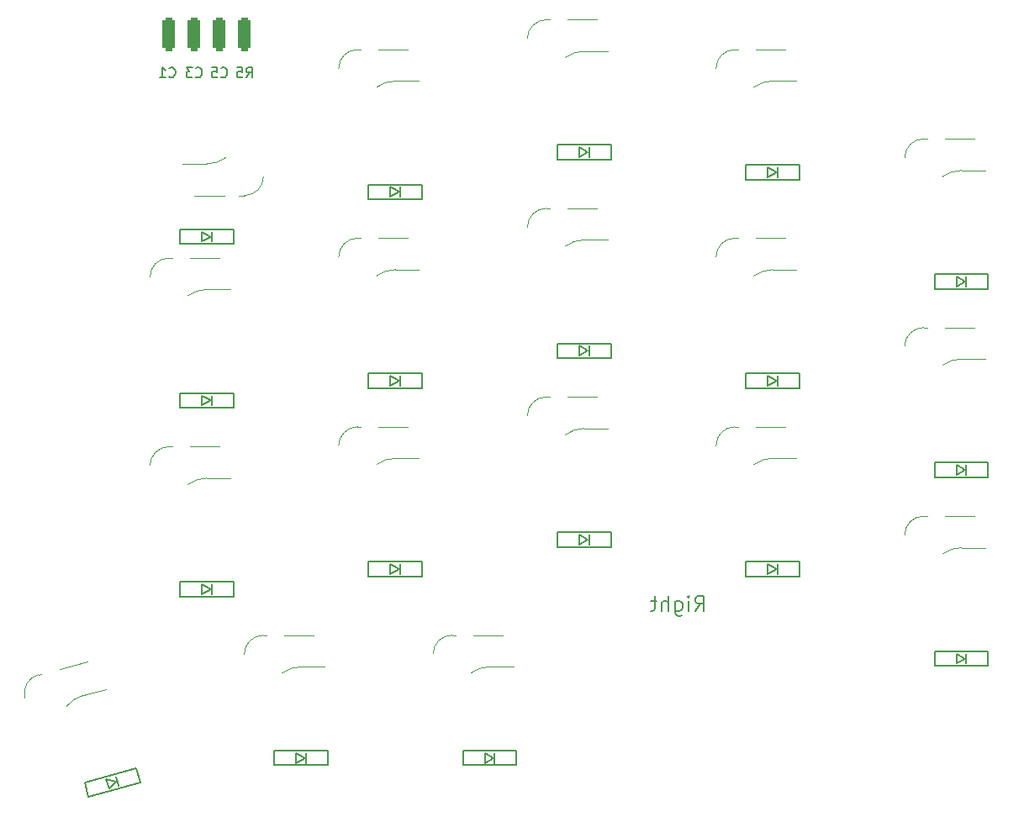
<source format=gbo>
%TF.GenerationSoftware,KiCad,Pcbnew,7.0.2-0*%
%TF.CreationDate,2023-05-24T14:40:16+08:00*%
%TF.ProjectId,Input,496e7075-742e-46b6-9963-61645f706362,1*%
%TF.SameCoordinates,PX717cbc0PY58b1140*%
%TF.FileFunction,Legend,Bot*%
%TF.FilePolarity,Positive*%
%FSLAX46Y46*%
G04 Gerber Fmt 4.6, Leading zero omitted, Abs format (unit mm)*
G04 Created by KiCad (PCBNEW 7.0.2-0) date 2023-05-24 14:40:16*
%MOMM*%
%LPD*%
G01*
G04 APERTURE LIST*
G04 Aperture macros list*
%AMRoundRect*
0 Rectangle with rounded corners*
0 $1 Rounding radius*
0 $2 $3 $4 $5 $6 $7 $8 $9 X,Y pos of 4 corners*
0 Add a 4 corners polygon primitive as box body*
4,1,4,$2,$3,$4,$5,$6,$7,$8,$9,$2,$3,0*
0 Add four circle primitives for the rounded corners*
1,1,$1+$1,$2,$3*
1,1,$1+$1,$4,$5*
1,1,$1+$1,$6,$7*
1,1,$1+$1,$8,$9*
0 Add four rect primitives between the rounded corners*
20,1,$1+$1,$2,$3,$4,$5,0*
20,1,$1+$1,$4,$5,$6,$7,0*
20,1,$1+$1,$6,$7,$8,$9,0*
20,1,$1+$1,$8,$9,$2,$3,0*%
%AMRotRect*
0 Rectangle, with rotation*
0 The origin of the aperture is its center*
0 $1 length*
0 $2 width*
0 $3 Rotation angle, in degrees counterclockwise*
0 Add horizontal line*
21,1,$1,$2,0,0,$3*%
G04 Aperture macros list end*
%ADD10C,0.150000*%
%ADD11C,0.200000*%
%ADD12C,0.120000*%
%ADD13C,0.010000*%
%ADD14C,1.900000*%
%ADD15C,3.000000*%
%ADD16C,4.000000*%
%ADD17R,2.550000X2.500000*%
%ADD18C,3.200000*%
%ADD19RoundRect,0.317500X0.317500X1.397000X-0.317500X1.397000X-0.317500X-1.397000X0.317500X-1.397000X0*%
%ADD20R,1.400000X1.000000*%
%ADD21C,1.500000*%
%ADD22RotRect,2.550000X2.500000X15.000000*%
%ADD23RotRect,1.400000X1.000000X195.000000*%
G04 APERTURE END LIST*
D10*
X-3780334Y24632620D02*
X-3732715Y24585000D01*
X-3732715Y24585000D02*
X-3589858Y24537381D01*
X-3589858Y24537381D02*
X-3494620Y24537381D01*
X-3494620Y24537381D02*
X-3351763Y24585000D01*
X-3351763Y24585000D02*
X-3256525Y24680239D01*
X-3256525Y24680239D02*
X-3208906Y24775477D01*
X-3208906Y24775477D02*
X-3161287Y24965953D01*
X-3161287Y24965953D02*
X-3161287Y25108810D01*
X-3161287Y25108810D02*
X-3208906Y25299286D01*
X-3208906Y25299286D02*
X-3256525Y25394524D01*
X-3256525Y25394524D02*
X-3351763Y25489762D01*
X-3351763Y25489762D02*
X-3494620Y25537381D01*
X-3494620Y25537381D02*
X-3589858Y25537381D01*
X-3589858Y25537381D02*
X-3732715Y25489762D01*
X-3732715Y25489762D02*
X-3780334Y25442143D01*
X-4732715Y24537381D02*
X-4161287Y24537381D01*
X-4447001Y24537381D02*
X-4447001Y25537381D01*
X-4447001Y25537381D02*
X-4351763Y25394524D01*
X-4351763Y25394524D02*
X-4256525Y25299286D01*
X-4256525Y25299286D02*
X-4161287Y25251667D01*
X-1113334Y24632620D02*
X-1065715Y24585000D01*
X-1065715Y24585000D02*
X-922858Y24537381D01*
X-922858Y24537381D02*
X-827620Y24537381D01*
X-827620Y24537381D02*
X-684763Y24585000D01*
X-684763Y24585000D02*
X-589525Y24680239D01*
X-589525Y24680239D02*
X-541906Y24775477D01*
X-541906Y24775477D02*
X-494287Y24965953D01*
X-494287Y24965953D02*
X-494287Y25108810D01*
X-494287Y25108810D02*
X-541906Y25299286D01*
X-541906Y25299286D02*
X-589525Y25394524D01*
X-589525Y25394524D02*
X-684763Y25489762D01*
X-684763Y25489762D02*
X-827620Y25537381D01*
X-827620Y25537381D02*
X-922858Y25537381D01*
X-922858Y25537381D02*
X-1065715Y25489762D01*
X-1065715Y25489762D02*
X-1113334Y25442143D01*
X-1446668Y25537381D02*
X-2065715Y25537381D01*
X-2065715Y25537381D02*
X-1732382Y25156429D01*
X-1732382Y25156429D02*
X-1875239Y25156429D01*
X-1875239Y25156429D02*
X-1970477Y25108810D01*
X-1970477Y25108810D02*
X-2018096Y25061191D01*
X-2018096Y25061191D02*
X-2065715Y24965953D01*
X-2065715Y24965953D02*
X-2065715Y24727858D01*
X-2065715Y24727858D02*
X-2018096Y24632620D01*
X-2018096Y24632620D02*
X-1970477Y24585000D01*
X-1970477Y24585000D02*
X-1875239Y24537381D01*
X-1875239Y24537381D02*
X-1589525Y24537381D01*
X-1589525Y24537381D02*
X-1494287Y24585000D01*
X-1494287Y24585000D02*
X-1446668Y24632620D01*
D11*
X49178571Y-29193928D02*
X49678571Y-28479642D01*
X50035714Y-29193928D02*
X50035714Y-27693928D01*
X50035714Y-27693928D02*
X49464285Y-27693928D01*
X49464285Y-27693928D02*
X49321428Y-27765357D01*
X49321428Y-27765357D02*
X49249999Y-27836785D01*
X49249999Y-27836785D02*
X49178571Y-27979642D01*
X49178571Y-27979642D02*
X49178571Y-28193928D01*
X49178571Y-28193928D02*
X49249999Y-28336785D01*
X49249999Y-28336785D02*
X49321428Y-28408214D01*
X49321428Y-28408214D02*
X49464285Y-28479642D01*
X49464285Y-28479642D02*
X50035714Y-28479642D01*
X48535714Y-29193928D02*
X48535714Y-28193928D01*
X48535714Y-27693928D02*
X48607142Y-27765357D01*
X48607142Y-27765357D02*
X48535714Y-27836785D01*
X48535714Y-27836785D02*
X48464285Y-27765357D01*
X48464285Y-27765357D02*
X48535714Y-27693928D01*
X48535714Y-27693928D02*
X48535714Y-27836785D01*
X47178571Y-28193928D02*
X47178571Y-29408214D01*
X47178571Y-29408214D02*
X47249999Y-29551071D01*
X47249999Y-29551071D02*
X47321428Y-29622500D01*
X47321428Y-29622500D02*
X47464285Y-29693928D01*
X47464285Y-29693928D02*
X47678571Y-29693928D01*
X47678571Y-29693928D02*
X47821428Y-29622500D01*
X47178571Y-29122500D02*
X47321428Y-29193928D01*
X47321428Y-29193928D02*
X47607142Y-29193928D01*
X47607142Y-29193928D02*
X47749999Y-29122500D01*
X47749999Y-29122500D02*
X47821428Y-29051071D01*
X47821428Y-29051071D02*
X47892856Y-28908214D01*
X47892856Y-28908214D02*
X47892856Y-28479642D01*
X47892856Y-28479642D02*
X47821428Y-28336785D01*
X47821428Y-28336785D02*
X47749999Y-28265357D01*
X47749999Y-28265357D02*
X47607142Y-28193928D01*
X47607142Y-28193928D02*
X47321428Y-28193928D01*
X47321428Y-28193928D02*
X47178571Y-28265357D01*
X46464285Y-29193928D02*
X46464285Y-27693928D01*
X45821428Y-29193928D02*
X45821428Y-28408214D01*
X45821428Y-28408214D02*
X45892856Y-28265357D01*
X45892856Y-28265357D02*
X46035713Y-28193928D01*
X46035713Y-28193928D02*
X46249999Y-28193928D01*
X46249999Y-28193928D02*
X46392856Y-28265357D01*
X46392856Y-28265357D02*
X46464285Y-28336785D01*
X45321427Y-28193928D02*
X44749999Y-28193928D01*
X45107142Y-27693928D02*
X45107142Y-28979642D01*
X45107142Y-28979642D02*
X45035713Y-29122500D01*
X45035713Y-29122500D02*
X44892856Y-29193928D01*
X44892856Y-29193928D02*
X44749999Y-29193928D01*
D10*
X3966666Y24537381D02*
X4299999Y25013572D01*
X4538094Y24537381D02*
X4538094Y25537381D01*
X4538094Y25537381D02*
X4157142Y25537381D01*
X4157142Y25537381D02*
X4061904Y25489762D01*
X4061904Y25489762D02*
X4014285Y25442143D01*
X4014285Y25442143D02*
X3966666Y25346905D01*
X3966666Y25346905D02*
X3966666Y25204048D01*
X3966666Y25204048D02*
X4014285Y25108810D01*
X4014285Y25108810D02*
X4061904Y25061191D01*
X4061904Y25061191D02*
X4157142Y25013572D01*
X4157142Y25013572D02*
X4538094Y25013572D01*
X3061904Y25537381D02*
X3538094Y25537381D01*
X3538094Y25537381D02*
X3585713Y25061191D01*
X3585713Y25061191D02*
X3538094Y25108810D01*
X3538094Y25108810D02*
X3442856Y25156429D01*
X3442856Y25156429D02*
X3204761Y25156429D01*
X3204761Y25156429D02*
X3109523Y25108810D01*
X3109523Y25108810D02*
X3061904Y25061191D01*
X3061904Y25061191D02*
X3014285Y24965953D01*
X3014285Y24965953D02*
X3014285Y24727858D01*
X3014285Y24727858D02*
X3061904Y24632620D01*
X3061904Y24632620D02*
X3109523Y24585000D01*
X3109523Y24585000D02*
X3204761Y24537381D01*
X3204761Y24537381D02*
X3442856Y24537381D01*
X3442856Y24537381D02*
X3538094Y24585000D01*
X3538094Y24585000D02*
X3585713Y24632620D01*
X1426666Y24632620D02*
X1474285Y24585000D01*
X1474285Y24585000D02*
X1617142Y24537381D01*
X1617142Y24537381D02*
X1712380Y24537381D01*
X1712380Y24537381D02*
X1855237Y24585000D01*
X1855237Y24585000D02*
X1950475Y24680239D01*
X1950475Y24680239D02*
X1998094Y24775477D01*
X1998094Y24775477D02*
X2045713Y24965953D01*
X2045713Y24965953D02*
X2045713Y25108810D01*
X2045713Y25108810D02*
X1998094Y25299286D01*
X1998094Y25299286D02*
X1950475Y25394524D01*
X1950475Y25394524D02*
X1855237Y25489762D01*
X1855237Y25489762D02*
X1712380Y25537381D01*
X1712380Y25537381D02*
X1617142Y25537381D01*
X1617142Y25537381D02*
X1474285Y25489762D01*
X1474285Y25489762D02*
X1426666Y25442143D01*
X521904Y25537381D02*
X998094Y25537381D01*
X998094Y25537381D02*
X1045713Y25061191D01*
X1045713Y25061191D02*
X998094Y25108810D01*
X998094Y25108810D02*
X902856Y25156429D01*
X902856Y25156429D02*
X664761Y25156429D01*
X664761Y25156429D02*
X569523Y25108810D01*
X569523Y25108810D02*
X521904Y25061191D01*
X521904Y25061191D02*
X474285Y24965953D01*
X474285Y24965953D02*
X474285Y24727858D01*
X474285Y24727858D02*
X521904Y24632620D01*
X521904Y24632620D02*
X569523Y24585000D01*
X569523Y24585000D02*
X664761Y24537381D01*
X664761Y24537381D02*
X902856Y24537381D01*
X902856Y24537381D02*
X998094Y24585000D01*
X998094Y24585000D02*
X1045713Y24632620D01*
D12*
%TO.C,SW20*%
X15190000Y27350000D02*
X20270000Y27350000D01*
X19000000Y24175000D02*
X22810000Y24175000D01*
X15190000Y27350000D02*
G75*
G03*
X13285000Y25445000I1J-1905001D01*
G01*
X19000000Y24175000D02*
G75*
G03*
X17095000Y23540000I3J-3175009D01*
G01*
%TO.C,SW22*%
X53190000Y27350000D02*
X58270000Y27350000D01*
X57000000Y24175000D02*
X60810000Y24175000D01*
X53190000Y27350000D02*
G75*
G03*
X51285000Y25445000I1J-1905001D01*
G01*
X57000000Y24175000D02*
G75*
G03*
X55095000Y23540000I3J-3175009D01*
G01*
%TO.C,SW44*%
X15190000Y-10650000D02*
X20270000Y-10650000D01*
X19000000Y-13825000D02*
X22810000Y-13825000D01*
X15190000Y-10650000D02*
G75*
G03*
X13285000Y-12555000I1J-1905001D01*
G01*
X19000000Y-13825000D02*
G75*
G03*
X17095000Y-14460000I3J-3175009D01*
G01*
%TO.C,SW34*%
X53190000Y8350000D02*
X58270000Y8350000D01*
X57000000Y5175000D02*
X60810000Y5175000D01*
X53190000Y8350000D02*
G75*
G03*
X51285000Y6445000I1J-1905001D01*
G01*
X57000000Y5175000D02*
G75*
G03*
X55095000Y4540000I3J-3175009D01*
G01*
%TO.C,SW21*%
X34190000Y30350000D02*
X39270000Y30350000D01*
X38000000Y27175000D02*
X41810000Y27175000D01*
X34190000Y30350000D02*
G75*
G03*
X32285000Y28445000I1J-1905001D01*
G01*
X38000000Y27175000D02*
G75*
G03*
X36095000Y26540000I3J-3175009D01*
G01*
%TO.C,SW19*%
X3810000Y12650000D02*
X-1270000Y12650000D01*
X0Y15825000D02*
X-3810000Y15825000D01*
X3810000Y12650000D02*
G75*
G03*
X5715000Y14555000I-1J1905001D01*
G01*
X0Y15825000D02*
G75*
G03*
X1905000Y16460000I-3J3175009D01*
G01*
%TO.C,SW45*%
X34190000Y-7650000D02*
X39270000Y-7650000D01*
X38000000Y-10825000D02*
X41810000Y-10825000D01*
X34190000Y-7650000D02*
G75*
G03*
X32285000Y-9555000I1J-1905001D01*
G01*
X38000000Y-10825000D02*
G75*
G03*
X36095000Y-11460000I3J-3175009D01*
G01*
%TO.C,SW33*%
X34190000Y11350000D02*
X39270000Y11350000D01*
X38000000Y8175000D02*
X41810000Y8175000D01*
X34190000Y11350000D02*
G75*
G03*
X32285000Y9445000I1J-1905001D01*
G01*
X38000000Y8175000D02*
G75*
G03*
X36095000Y7540000I3J-3175009D01*
G01*
%TO.C,SW47*%
X72190000Y-19650000D02*
X77270000Y-19650000D01*
X76000000Y-22825000D02*
X79810000Y-22825000D01*
X72190000Y-19650000D02*
G75*
G03*
X70285000Y-21555000I1J-1905001D01*
G01*
X76000000Y-22825000D02*
G75*
G03*
X74095000Y-23460000I3J-3175009D01*
G01*
%TO.C,SW32*%
X15190000Y8350000D02*
X20270000Y8350000D01*
X19000000Y5175000D02*
X22810000Y5175000D01*
X15190000Y8350000D02*
G75*
G03*
X13285000Y6445000I1J-1905001D01*
G01*
X19000000Y5175000D02*
G75*
G03*
X17095000Y4540000I3J-3175009D01*
G01*
%TO.C,SW35*%
X72190000Y-650000D02*
X77270000Y-650000D01*
X76000000Y-3825000D02*
X79810000Y-3825000D01*
X72190000Y-650000D02*
G75*
G03*
X70285000Y-2555000I1J-1905001D01*
G01*
X76000000Y-3825000D02*
G75*
G03*
X74095000Y-4460000I3J-3175009D01*
G01*
%TO.C,SW43*%
X-3810000Y-12650000D02*
X1270000Y-12650000D01*
X0Y-15825000D02*
X3810000Y-15825000D01*
X-3810000Y-12650000D02*
G75*
G03*
X-5715000Y-14555000I1J-1905001D01*
G01*
X0Y-15825000D02*
G75*
G03*
X-1905000Y-16460000I3J-3175009D01*
G01*
%TO.C,SW31*%
X-3810000Y6350000D02*
X1270000Y6350000D01*
X0Y3175000D02*
X3810000Y3175000D01*
X-3810000Y6350000D02*
G75*
G03*
X-5715000Y4445000I1J-1905001D01*
G01*
X0Y3175000D02*
G75*
G03*
X-1905000Y2540000I3J-3175009D01*
G01*
%TO.C,SW23*%
X72190000Y18350000D02*
X77270000Y18350000D01*
X76000000Y15175000D02*
X79810000Y15175000D01*
X72190000Y18350000D02*
G75*
G03*
X70285000Y16445000I1J-1905001D01*
G01*
X76000000Y15175000D02*
G75*
G03*
X74095000Y14540000I3J-3175009D01*
G01*
%TO.C,SW46*%
X53190000Y-10650000D02*
X58270000Y-10650000D01*
X57000000Y-13825000D02*
X60810000Y-13825000D01*
X53190000Y-10650000D02*
G75*
G03*
X51285000Y-12555000I1J-1905001D01*
G01*
X57000000Y-13825000D02*
G75*
G03*
X55095000Y-14460000I3J-3175009D01*
G01*
D10*
%TO.C,D47*%
X78700000Y-34750000D02*
X73300000Y-34750000D01*
X78700000Y-33250000D02*
X78700000Y-34750000D01*
X76500000Y-33500000D02*
X76500000Y-34500000D01*
X76400000Y-34000000D02*
X75500000Y-33500000D01*
X75500000Y-34500000D02*
X76400000Y-34000000D01*
X75500000Y-33500000D02*
X75500000Y-34500000D01*
X73300000Y-33250000D02*
X78700000Y-33250000D01*
X73300000Y-33250000D02*
X73300000Y-34750000D01*
%TO.C,D32*%
X21700000Y-6750000D02*
X16300000Y-6750000D01*
X21700000Y-5250000D02*
X21700000Y-6750000D01*
X19500000Y-5500000D02*
X19500000Y-6500000D01*
X19400000Y-6000000D02*
X18500000Y-5500000D01*
X18500000Y-6500000D02*
X19400000Y-6000000D01*
X18500000Y-5500000D02*
X18500000Y-6500000D01*
X16300000Y-5250000D02*
X21700000Y-5250000D01*
X16300000Y-5250000D02*
X16300000Y-6750000D01*
%TO.C,D21*%
X40700000Y16250000D02*
X35300000Y16250000D01*
X40700000Y17750000D02*
X40700000Y16250000D01*
X38500000Y17500000D02*
X38500000Y16500000D01*
X38400000Y17000000D02*
X37500000Y17500000D01*
X37500000Y16500000D02*
X38400000Y17000000D01*
X37500000Y17500000D02*
X37500000Y16500000D01*
X35300000Y17750000D02*
X40700000Y17750000D01*
X35300000Y17750000D02*
X35300000Y16250000D01*
%TO.C,D56*%
X12200000Y-44750000D02*
X6800000Y-44750000D01*
X12200000Y-43250000D02*
X12200000Y-44750000D01*
X10000000Y-43500000D02*
X10000000Y-44500000D01*
X9900000Y-44000000D02*
X9000000Y-43500000D01*
X9000000Y-44500000D02*
X9900000Y-44000000D01*
X9000000Y-43500000D02*
X9000000Y-44500000D01*
X6800000Y-43250000D02*
X12200000Y-43250000D01*
X6800000Y-43250000D02*
X6800000Y-44750000D01*
%TO.C,D57*%
X31200000Y-44750000D02*
X25800000Y-44750000D01*
X31200000Y-43250000D02*
X31200000Y-44750000D01*
X29000000Y-43500000D02*
X29000000Y-44500000D01*
X28900000Y-44000000D02*
X28000000Y-43500000D01*
X28000000Y-44500000D02*
X28900000Y-44000000D01*
X28000000Y-43500000D02*
X28000000Y-44500000D01*
X25800000Y-43250000D02*
X31200000Y-43250000D01*
X25800000Y-43250000D02*
X25800000Y-44750000D01*
%TO.C,D23*%
X78700000Y3250000D02*
X73300000Y3250000D01*
X78700000Y4750000D02*
X78700000Y3250000D01*
X76500000Y4500000D02*
X76500000Y3500000D01*
X76400000Y4000000D02*
X75500000Y4500000D01*
X75500000Y3500000D02*
X76400000Y4000000D01*
X75500000Y4500000D02*
X75500000Y3500000D01*
X73300000Y4750000D02*
X78700000Y4750000D01*
X73300000Y4750000D02*
X73300000Y3250000D01*
%TO.C,D31*%
X2700000Y-8750000D02*
X-2700000Y-8750000D01*
X2700000Y-7250000D02*
X2700000Y-8750000D01*
X500000Y-7500000D02*
X500000Y-8500000D01*
X400000Y-8000000D02*
X-500000Y-7500000D01*
X-500000Y-8500000D02*
X400000Y-8000000D01*
X-500000Y-7500000D02*
X-500000Y-8500000D01*
X-2700000Y-7250000D02*
X2700000Y-7250000D01*
X-2700000Y-7250000D02*
X-2700000Y-8750000D01*
D12*
%TO.C,SW55*%
X-12456746Y-37715186D02*
X-8776569Y-36729085D01*
X-16958674Y-35634472D02*
X-12051771Y-34319671D01*
X-12456746Y-37715186D02*
G75*
G03*
X-14132485Y-38821599I821755J-3066822D01*
G01*
X-16958674Y-35634471D02*
G75*
G03*
X-18305713Y-37967611I493050J-1840089D01*
G01*
D10*
%TO.C,D46*%
X59700000Y-25750000D02*
X54300000Y-25750000D01*
X59700000Y-24250000D02*
X59700000Y-25750000D01*
X57500000Y-24500000D02*
X57500000Y-25500000D01*
X57400000Y-25000000D02*
X56500000Y-24500000D01*
X56500000Y-25500000D02*
X57400000Y-25000000D01*
X56500000Y-24500000D02*
X56500000Y-25500000D01*
X54300000Y-24250000D02*
X59700000Y-24250000D01*
X54300000Y-24250000D02*
X54300000Y-25750000D01*
%TO.C,D44*%
X21700000Y-25750000D02*
X16300000Y-25750000D01*
X21700000Y-24250000D02*
X21700000Y-25750000D01*
X19500000Y-24500000D02*
X19500000Y-25500000D01*
X19400000Y-25000000D02*
X18500000Y-24500000D01*
X18500000Y-25500000D02*
X19400000Y-25000000D01*
X18500000Y-24500000D02*
X18500000Y-25500000D01*
X16300000Y-24250000D02*
X21700000Y-24250000D01*
X16300000Y-24250000D02*
X16300000Y-25750000D01*
%TO.C,D35*%
X78700000Y-15750000D02*
X73300000Y-15750000D01*
X78700000Y-14250000D02*
X78700000Y-15750000D01*
X76500000Y-14500000D02*
X76500000Y-15500000D01*
X76400000Y-15000000D02*
X75500000Y-14500000D01*
X75500000Y-15500000D02*
X76400000Y-15000000D01*
X75500000Y-14500000D02*
X75500000Y-15500000D01*
X73300000Y-14250000D02*
X78700000Y-14250000D01*
X73300000Y-14250000D02*
X73300000Y-15750000D01*
%TO.C,D43*%
X2700000Y-27750000D02*
X-2700000Y-27750000D01*
X2700000Y-26250000D02*
X2700000Y-27750000D01*
X500000Y-26500000D02*
X500000Y-27500000D01*
X400000Y-27000000D02*
X-500000Y-26500000D01*
X-500000Y-27500000D02*
X400000Y-27000000D01*
X-500000Y-26500000D02*
X-500000Y-27500000D01*
X-2700000Y-26250000D02*
X2700000Y-26250000D01*
X-2700000Y-26250000D02*
X-2700000Y-27750000D01*
%TO.C,D19*%
X2700000Y7750000D02*
X-2700000Y7750000D01*
X2700000Y9250000D02*
X2700000Y7750000D01*
X500000Y9000000D02*
X500000Y8000000D01*
X400000Y8500000D02*
X-500000Y9000000D01*
X-500000Y8000000D02*
X400000Y8500000D01*
X-500000Y9000000D02*
X-500000Y8000000D01*
X-2700000Y9250000D02*
X2700000Y9250000D01*
X-2700000Y9250000D02*
X-2700000Y7750000D01*
%TO.C,D20*%
X21700000Y12250000D02*
X16300000Y12250000D01*
X21700000Y13750000D02*
X21700000Y12250000D01*
X19500000Y13500000D02*
X19500000Y12500000D01*
X19400000Y13000000D02*
X18500000Y13500000D01*
X18500000Y12500000D02*
X19400000Y13000000D01*
X18500000Y13500000D02*
X18500000Y12500000D01*
X16300000Y13750000D02*
X21700000Y13750000D01*
X16300000Y13750000D02*
X16300000Y12250000D01*
%TO.C,D33*%
X40700000Y-3750000D02*
X35300000Y-3750000D01*
X40700000Y-2250000D02*
X40700000Y-3750000D01*
X38500000Y-2500000D02*
X38500000Y-3500000D01*
X38400000Y-3000000D02*
X37500000Y-2500000D01*
X37500000Y-3500000D02*
X38400000Y-3000000D01*
X37500000Y-2500000D02*
X37500000Y-3500000D01*
X35300000Y-2250000D02*
X40700000Y-2250000D01*
X35300000Y-2250000D02*
X35300000Y-3750000D01*
%TO.C,D22*%
X59700000Y14250000D02*
X54300000Y14250000D01*
X59700000Y15750000D02*
X59700000Y14250000D01*
X57500000Y15500000D02*
X57500000Y14500000D01*
X57400000Y15000000D02*
X56500000Y15500000D01*
X56500000Y14500000D02*
X57400000Y15000000D01*
X56500000Y15500000D02*
X56500000Y14500000D01*
X54300000Y15750000D02*
X59700000Y15750000D01*
X54300000Y15750000D02*
X54300000Y14250000D01*
%TO.C,D45*%
X40700000Y-22750000D02*
X35300000Y-22750000D01*
X40700000Y-21250000D02*
X40700000Y-22750000D01*
X38500000Y-21500000D02*
X38500000Y-22500000D01*
X38400000Y-22000000D02*
X37500000Y-21500000D01*
X37500000Y-22500000D02*
X38400000Y-22000000D01*
X37500000Y-21500000D02*
X37500000Y-22500000D01*
X35300000Y-21250000D02*
X40700000Y-21250000D01*
X35300000Y-21250000D02*
X35300000Y-22750000D01*
%TO.C,D34*%
X59700000Y-6750000D02*
X54300000Y-6750000D01*
X59700000Y-5250000D02*
X59700000Y-6750000D01*
X57500000Y-5500000D02*
X57500000Y-6500000D01*
X57400000Y-6000000D02*
X56500000Y-5500000D01*
X56500000Y-6500000D02*
X57400000Y-6000000D01*
X56500000Y-5500000D02*
X56500000Y-6500000D01*
X54300000Y-5250000D02*
X59700000Y-5250000D01*
X54300000Y-5250000D02*
X54300000Y-6750000D01*
D12*
%TO.C,SW56*%
X9500004Y-34825000D02*
X13310004Y-34825000D01*
X5690004Y-31650000D02*
X10770004Y-31650000D01*
X9500004Y-34825000D02*
G75*
G03*
X7595004Y-35460000I3J-3175009D01*
G01*
X5690004Y-31650000D02*
G75*
G03*
X3785004Y-33555000I0J-1905000D01*
G01*
D10*
%TO.C,D55*%
X-6697886Y-46525633D02*
X-11913885Y-47923256D01*
X-7086115Y-45076744D02*
X-6697886Y-46525633D01*
X-9146447Y-45887628D02*
X-8887628Y-46853553D01*
X-9113630Y-46396472D02*
X-10112372Y-46146447D01*
X-9853553Y-47112372D02*
X-9113630Y-46396472D01*
X-10112372Y-46146447D02*
X-9853553Y-47112372D01*
X-12302114Y-46474367D02*
X-7086115Y-45076744D01*
X-12302114Y-46474367D02*
X-11913885Y-47923256D01*
D12*
%TO.C,SW57*%
X28500000Y-34825000D02*
X32310000Y-34825000D01*
X24690000Y-31650000D02*
X29770000Y-31650000D01*
X28500000Y-34825000D02*
G75*
G03*
X26595000Y-35460000I3J-3175009D01*
G01*
X24690000Y-31650000D02*
G75*
G03*
X22785000Y-33555000I0J-1905000D01*
G01*
%TD*%
%LPC*%
%TO.C,REF\u002A\u002A*%
D13*
X54482829Y-37951097D02*
X54542753Y-37973355D01*
X54567673Y-37990080D01*
X54592910Y-38014043D01*
X54610912Y-38044526D01*
X54622858Y-38086023D01*
X54629930Y-38143032D01*
X54633308Y-38220047D01*
X54634171Y-38321565D01*
X54634002Y-38374027D01*
X54633153Y-38445715D01*
X54631711Y-38502925D01*
X54629814Y-38540809D01*
X54627597Y-38554514D01*
X54613172Y-38549981D01*
X54584054Y-38537670D01*
X54583181Y-38537272D01*
X54568060Y-38529356D01*
X54557891Y-38518495D01*
X54551691Y-38499471D01*
X54548478Y-38467069D01*
X54547270Y-38416071D01*
X54547086Y-38341261D01*
X54546714Y-38293804D01*
X54542750Y-38204615D01*
X54533673Y-38139287D01*
X54518524Y-38094393D01*
X54496345Y-38066507D01*
X54466175Y-38052203D01*
X54461990Y-38051206D01*
X54405480Y-38050427D01*
X54361410Y-38075744D01*
X54330972Y-38126502D01*
X54325544Y-38141175D01*
X54313171Y-38173649D01*
X54306905Y-38188572D01*
X54294036Y-38186516D01*
X54265933Y-38175357D01*
X54239721Y-38156927D01*
X54227771Y-38122098D01*
X54231336Y-38097151D01*
X54253235Y-38046547D01*
X54288644Y-37999128D01*
X54330052Y-37966334D01*
X54347400Y-37958752D01*
X54413089Y-37946076D01*
X54482829Y-37951097D01*
G36*
X54482829Y-37951097D02*
G01*
X54542753Y-37973355D01*
X54567673Y-37990080D01*
X54592910Y-38014043D01*
X54610912Y-38044526D01*
X54622858Y-38086023D01*
X54629930Y-38143032D01*
X54633308Y-38220047D01*
X54634171Y-38321565D01*
X54634002Y-38374027D01*
X54633153Y-38445715D01*
X54631711Y-38502925D01*
X54629814Y-38540809D01*
X54627597Y-38554514D01*
X54613172Y-38549981D01*
X54584054Y-38537670D01*
X54583181Y-38537272D01*
X54568060Y-38529356D01*
X54557891Y-38518495D01*
X54551691Y-38499471D01*
X54548478Y-38467069D01*
X54547270Y-38416071D01*
X54547086Y-38341261D01*
X54546714Y-38293804D01*
X54542750Y-38204615D01*
X54533673Y-38139287D01*
X54518524Y-38094393D01*
X54496345Y-38066507D01*
X54466175Y-38052203D01*
X54461990Y-38051206D01*
X54405480Y-38050427D01*
X54361410Y-38075744D01*
X54330972Y-38126502D01*
X54325544Y-38141175D01*
X54313171Y-38173649D01*
X54306905Y-38188572D01*
X54294036Y-38186516D01*
X54265933Y-38175357D01*
X54239721Y-38156927D01*
X54227771Y-38122098D01*
X54231336Y-38097151D01*
X54253235Y-38046547D01*
X54288644Y-37999128D01*
X54330052Y-37966334D01*
X54347400Y-37958752D01*
X54413089Y-37946076D01*
X54482829Y-37951097D01*
G37*
X58431020Y-37917822D02*
X58498810Y-37949680D01*
X58554366Y-38004770D01*
X58565881Y-38022016D01*
X58575432Y-38041562D01*
X58582206Y-38066198D01*
X58586819Y-38100711D01*
X58589888Y-38149889D01*
X58592029Y-38218519D01*
X58593859Y-38311389D01*
X58598404Y-38569007D01*
X58560225Y-38554491D01*
X58525268Y-38541156D01*
X58499097Y-38528323D01*
X58482013Y-38511780D01*
X58472086Y-38486465D01*
X58467386Y-38447316D01*
X58465982Y-38389268D01*
X58465943Y-38307261D01*
X58465744Y-38241895D01*
X58464559Y-38179173D01*
X58461729Y-38136334D01*
X58456609Y-38108220D01*
X58448553Y-38089675D01*
X58436914Y-38075543D01*
X58408303Y-38055600D01*
X58360239Y-38048083D01*
X58312688Y-38067079D01*
X58309550Y-38069511D01*
X58299769Y-38080748D01*
X58292553Y-38098770D01*
X58287299Y-38128026D01*
X58283402Y-38172962D01*
X58280256Y-38238028D01*
X58277257Y-38327670D01*
X58270000Y-38567697D01*
X58208314Y-38540044D01*
X58146629Y-38512391D01*
X58146629Y-38293246D01*
X58146884Y-38233711D01*
X58149086Y-38150892D01*
X58154661Y-38089227D01*
X58164941Y-38043748D01*
X58181258Y-38009484D01*
X58204943Y-37981466D01*
X58237328Y-37954723D01*
X58283907Y-37927780D01*
X58357287Y-37910191D01*
X58431020Y-37917822D01*
G36*
X58431020Y-37917822D02*
G01*
X58498810Y-37949680D01*
X58554366Y-38004770D01*
X58565881Y-38022016D01*
X58575432Y-38041562D01*
X58582206Y-38066198D01*
X58586819Y-38100711D01*
X58589888Y-38149889D01*
X58592029Y-38218519D01*
X58593859Y-38311389D01*
X58598404Y-38569007D01*
X58560225Y-38554491D01*
X58525268Y-38541156D01*
X58499097Y-38528323D01*
X58482013Y-38511780D01*
X58472086Y-38486465D01*
X58467386Y-38447316D01*
X58465982Y-38389268D01*
X58465943Y-38307261D01*
X58465744Y-38241895D01*
X58464559Y-38179173D01*
X58461729Y-38136334D01*
X58456609Y-38108220D01*
X58448553Y-38089675D01*
X58436914Y-38075543D01*
X58408303Y-38055600D01*
X58360239Y-38048083D01*
X58312688Y-38067079D01*
X58309550Y-38069511D01*
X58299769Y-38080748D01*
X58292553Y-38098770D01*
X58287299Y-38128026D01*
X58283402Y-38172962D01*
X58280256Y-38238028D01*
X58277257Y-38327670D01*
X58270000Y-38567697D01*
X58208314Y-38540044D01*
X58146629Y-38512391D01*
X58146629Y-38293246D01*
X58146884Y-38233711D01*
X58149086Y-38150892D01*
X58154661Y-38089227D01*
X58164941Y-38043748D01*
X58181258Y-38009484D01*
X58204943Y-37981466D01*
X58237328Y-37954723D01*
X58283907Y-37927780D01*
X58357287Y-37910191D01*
X58431020Y-37917822D01*
G37*
X56607691Y-37966467D02*
X56612273Y-37969003D01*
X56649704Y-37998057D01*
X56683170Y-38035410D01*
X56689007Y-38043852D01*
X56700165Y-38063553D01*
X56708136Y-38086935D01*
X56713618Y-38119067D01*
X56717307Y-38165019D01*
X56719899Y-38229859D01*
X56722092Y-38318657D01*
X56722402Y-38333669D01*
X56723400Y-38430999D01*
X56721994Y-38499934D01*
X56718164Y-38540948D01*
X56711889Y-38554514D01*
X56692898Y-38550452D01*
X56660638Y-38538144D01*
X56653041Y-38534545D01*
X56641176Y-38526398D01*
X56632994Y-38513004D01*
X56627643Y-38489608D01*
X56624269Y-38451455D01*
X56622019Y-38393790D01*
X56620040Y-38311857D01*
X56619498Y-38287907D01*
X56617403Y-38212266D01*
X56614683Y-38159328D01*
X56610515Y-38124075D01*
X56604079Y-38101487D01*
X56594550Y-38086544D01*
X56581106Y-38074227D01*
X56541305Y-38052634D01*
X56492341Y-38048476D01*
X56448529Y-38064999D01*
X56417008Y-38099210D01*
X56404914Y-38148114D01*
X56404578Y-38161407D01*
X56397972Y-38185472D01*
X56378470Y-38189144D01*
X56340283Y-38174813D01*
X56331438Y-38170217D01*
X56307534Y-38143186D01*
X56307061Y-38102994D01*
X56329836Y-38047409D01*
X56350727Y-38017117D01*
X56404142Y-37974084D01*
X56470074Y-37949755D01*
X56540574Y-37946443D01*
X56607691Y-37966467D01*
G36*
X56607691Y-37966467D02*
G01*
X56612273Y-37969003D01*
X56649704Y-37998057D01*
X56683170Y-38035410D01*
X56689007Y-38043852D01*
X56700165Y-38063553D01*
X56708136Y-38086935D01*
X56713618Y-38119067D01*
X56717307Y-38165019D01*
X56719899Y-38229859D01*
X56722092Y-38318657D01*
X56722402Y-38333669D01*
X56723400Y-38430999D01*
X56721994Y-38499934D01*
X56718164Y-38540948D01*
X56711889Y-38554514D01*
X56692898Y-38550452D01*
X56660638Y-38538144D01*
X56653041Y-38534545D01*
X56641176Y-38526398D01*
X56632994Y-38513004D01*
X56627643Y-38489608D01*
X56624269Y-38451455D01*
X56622019Y-38393790D01*
X56620040Y-38311857D01*
X56619498Y-38287907D01*
X56617403Y-38212266D01*
X56614683Y-38159328D01*
X56610515Y-38124075D01*
X56604079Y-38101487D01*
X56594550Y-38086544D01*
X56581106Y-38074227D01*
X56541305Y-38052634D01*
X56492341Y-38048476D01*
X56448529Y-38064999D01*
X56417008Y-38099210D01*
X56404914Y-38148114D01*
X56404578Y-38161407D01*
X56397972Y-38185472D01*
X56378470Y-38189144D01*
X56340283Y-38174813D01*
X56331438Y-38170217D01*
X56307534Y-38143186D01*
X56307061Y-38102994D01*
X56329836Y-38047409D01*
X56350727Y-38017117D01*
X56404142Y-37974084D01*
X56470074Y-37949755D01*
X56540574Y-37946443D01*
X56607691Y-37966467D01*
G37*
X57678543Y-37749444D02*
X57725714Y-37769342D01*
X57725714Y-38166509D01*
X57725519Y-38269498D01*
X57724998Y-38362141D01*
X57724199Y-38440700D01*
X57723172Y-38501439D01*
X57721963Y-38540623D01*
X57720623Y-38554514D01*
X57720099Y-38554468D01*
X57702287Y-38549420D01*
X57669823Y-38538580D01*
X57624114Y-38522646D01*
X57624114Y-38318173D01*
X57623824Y-38237832D01*
X57622474Y-38179562D01*
X57619369Y-38139909D01*
X57613812Y-38113618D01*
X57605107Y-38095436D01*
X57592556Y-38080107D01*
X57583999Y-38071955D01*
X57537728Y-38049375D01*
X57486728Y-38051375D01*
X57439993Y-38078073D01*
X57433189Y-38084698D01*
X57422293Y-38098456D01*
X57414836Y-38116642D01*
X57410169Y-38144177D01*
X57407642Y-38185981D01*
X57406602Y-38246973D01*
X57406400Y-38332073D01*
X57406303Y-38375234D01*
X57405674Y-38446224D01*
X57404556Y-38503076D01*
X57403063Y-38540828D01*
X57401309Y-38554514D01*
X57400785Y-38554468D01*
X57382973Y-38549420D01*
X57350509Y-38538580D01*
X57304800Y-38522646D01*
X57304823Y-38317237D01*
X57304857Y-38298951D01*
X57306778Y-38203626D01*
X57312678Y-38131543D01*
X57324001Y-38077813D01*
X57342187Y-38037549D01*
X57368679Y-38005861D01*
X57404918Y-37977861D01*
X57440263Y-37960333D01*
X57496773Y-37946785D01*
X57552356Y-37946015D01*
X57595086Y-37959195D01*
X57598298Y-37961015D01*
X57608205Y-37960820D01*
X57614975Y-37945572D01*
X57619861Y-37910613D01*
X57624114Y-37851289D01*
X57631371Y-37729547D01*
X57678543Y-37749444D01*
G36*
X57678543Y-37749444D02*
G01*
X57725714Y-37769342D01*
X57725714Y-38166509D01*
X57725519Y-38269498D01*
X57724998Y-38362141D01*
X57724199Y-38440700D01*
X57723172Y-38501439D01*
X57721963Y-38540623D01*
X57720623Y-38554514D01*
X57720099Y-38554468D01*
X57702287Y-38549420D01*
X57669823Y-38538580D01*
X57624114Y-38522646D01*
X57624114Y-38318173D01*
X57623824Y-38237832D01*
X57622474Y-38179562D01*
X57619369Y-38139909D01*
X57613812Y-38113618D01*
X57605107Y-38095436D01*
X57592556Y-38080107D01*
X57583999Y-38071955D01*
X57537728Y-38049375D01*
X57486728Y-38051375D01*
X57439993Y-38078073D01*
X57433189Y-38084698D01*
X57422293Y-38098456D01*
X57414836Y-38116642D01*
X57410169Y-38144177D01*
X57407642Y-38185981D01*
X57406602Y-38246973D01*
X57406400Y-38332073D01*
X57406303Y-38375234D01*
X57405674Y-38446224D01*
X57404556Y-38503076D01*
X57403063Y-38540828D01*
X57401309Y-38554514D01*
X57400785Y-38554468D01*
X57382973Y-38549420D01*
X57350509Y-38538580D01*
X57304800Y-38522646D01*
X57304823Y-38317237D01*
X57304857Y-38298951D01*
X57306778Y-38203626D01*
X57312678Y-38131543D01*
X57324001Y-38077813D01*
X57342187Y-38037549D01*
X57368679Y-38005861D01*
X57404918Y-37977861D01*
X57440263Y-37960333D01*
X57496773Y-37946785D01*
X57552356Y-37946015D01*
X57595086Y-37959195D01*
X57598298Y-37961015D01*
X57608205Y-37960820D01*
X57614975Y-37945572D01*
X57619861Y-37910613D01*
X57624114Y-37851289D01*
X57631371Y-37729547D01*
X57678543Y-37749444D01*
G37*
X55653941Y-37949282D02*
X55685774Y-37961758D01*
X55722743Y-37978602D01*
X55722743Y-38465196D01*
X55676812Y-38511127D01*
X55666320Y-38521427D01*
X55637255Y-38544320D01*
X55607943Y-38551735D01*
X55564326Y-38548321D01*
X55546568Y-38546114D01*
X55500767Y-38541445D01*
X55468743Y-38539585D01*
X55459244Y-38539869D01*
X55420274Y-38542948D01*
X55373160Y-38548321D01*
X55358085Y-38550168D01*
X55320110Y-38550893D01*
X55292325Y-38539429D01*
X55260674Y-38511127D01*
X55214743Y-38465196D01*
X55214743Y-38205055D01*
X55215101Y-38128180D01*
X55216216Y-38054886D01*
X55217952Y-37996850D01*
X55220167Y-37958663D01*
X55222721Y-37944914D01*
X55223256Y-37944951D01*
X55241808Y-37951793D01*
X55273153Y-37966868D01*
X55315608Y-37988822D01*
X55319604Y-38217240D01*
X55323600Y-38445657D01*
X55410686Y-38445657D01*
X55414657Y-38195286D01*
X55415916Y-38127227D01*
X55417718Y-38054482D01*
X55419671Y-37996730D01*
X55421612Y-37958648D01*
X55423377Y-37944914D01*
X55423885Y-37944962D01*
X55441482Y-37950015D01*
X55473834Y-37960849D01*
X55519543Y-37976783D01*
X55519765Y-38196706D01*
X55519988Y-38234909D01*
X55521531Y-38309146D01*
X55524292Y-38371145D01*
X55527977Y-38415308D01*
X55532292Y-38436041D01*
X55547732Y-38447131D01*
X55579241Y-38450556D01*
X55613886Y-38445657D01*
X55617857Y-38195286D01*
X55619278Y-38131663D01*
X55622225Y-38056356D01*
X55626079Y-37997286D01*
X55630542Y-37958718D01*
X55635317Y-37944914D01*
X55653941Y-37949282D01*
G36*
X55653941Y-37949282D02*
G01*
X55685774Y-37961758D01*
X55722743Y-37978602D01*
X55722743Y-38465196D01*
X55676812Y-38511127D01*
X55666320Y-38521427D01*
X55637255Y-38544320D01*
X55607943Y-38551735D01*
X55564326Y-38548321D01*
X55546568Y-38546114D01*
X55500767Y-38541445D01*
X55468743Y-38539585D01*
X55459244Y-38539869D01*
X55420274Y-38542948D01*
X55373160Y-38548321D01*
X55358085Y-38550168D01*
X55320110Y-38550893D01*
X55292325Y-38539429D01*
X55260674Y-38511127D01*
X55214743Y-38465196D01*
X55214743Y-38205055D01*
X55215101Y-38128180D01*
X55216216Y-38054886D01*
X55217952Y-37996850D01*
X55220167Y-37958663D01*
X55222721Y-37944914D01*
X55223256Y-37944951D01*
X55241808Y-37951793D01*
X55273153Y-37966868D01*
X55315608Y-37988822D01*
X55319604Y-38217240D01*
X55323600Y-38445657D01*
X55410686Y-38445657D01*
X55414657Y-38195286D01*
X55415916Y-38127227D01*
X55417718Y-38054482D01*
X55419671Y-37996730D01*
X55421612Y-37958648D01*
X55423377Y-37944914D01*
X55423885Y-37944962D01*
X55441482Y-37950015D01*
X55473834Y-37960849D01*
X55519543Y-37976783D01*
X55519765Y-38196706D01*
X55519988Y-38234909D01*
X55521531Y-38309146D01*
X55524292Y-38371145D01*
X55527977Y-38415308D01*
X55532292Y-38436041D01*
X55547732Y-38447131D01*
X55579241Y-38450556D01*
X55613886Y-38445657D01*
X55617857Y-38195286D01*
X55619278Y-38131663D01*
X55622225Y-38056356D01*
X55626079Y-37997286D01*
X55630542Y-37958718D01*
X55635317Y-37944914D01*
X55653941Y-37949282D01*
G37*
X60265714Y-38235200D02*
X60265701Y-38250935D01*
X60264914Y-38321119D01*
X60262210Y-38370022D01*
X60256606Y-38404178D01*
X60247119Y-38430124D01*
X60232768Y-38454397D01*
X60229237Y-38459433D01*
X60191878Y-38499143D01*
X60149311Y-38529092D01*
X60127452Y-38538810D01*
X60048908Y-38555020D01*
X59971231Y-38544535D01*
X59899645Y-38508707D01*
X59839374Y-38448887D01*
X59834286Y-38440873D01*
X59817730Y-38394342D01*
X59806573Y-38329552D01*
X59801160Y-38254727D01*
X59801768Y-38185513D01*
X59948248Y-38185513D01*
X59949402Y-38281399D01*
X59949866Y-38287569D01*
X59956629Y-38340478D01*
X59968671Y-38374029D01*
X59989005Y-38397016D01*
X60023097Y-38418548D01*
X60056814Y-38419680D01*
X60091543Y-38394857D01*
X60097584Y-38388325D01*
X60109417Y-38368779D01*
X60116404Y-38340386D01*
X60119727Y-38296430D01*
X60120571Y-38230192D01*
X60119125Y-38168150D01*
X60111907Y-38109042D01*
X60097006Y-38071686D01*
X60072636Y-38052152D01*
X60037008Y-38046514D01*
X60023440Y-38047635D01*
X59985430Y-38068194D01*
X59960312Y-38114299D01*
X59948248Y-38185513D01*
X59801768Y-38185513D01*
X59801833Y-38178096D01*
X59808937Y-38107882D01*
X59822815Y-38052312D01*
X59840649Y-38015301D01*
X59890855Y-37957733D01*
X59958885Y-37921962D01*
X60042158Y-37909665D01*
X60064398Y-37910331D01*
X60129891Y-37923947D01*
X60183687Y-37958249D01*
X60233057Y-38017338D01*
X60235995Y-38021722D01*
X60249287Y-38045299D01*
X60257932Y-38071949D01*
X60262904Y-38108159D01*
X60265174Y-38160413D01*
X60265678Y-38230192D01*
X60265714Y-38235200D01*
G36*
X60265714Y-38235200D02*
G01*
X60265701Y-38250935D01*
X60264914Y-38321119D01*
X60262210Y-38370022D01*
X60256606Y-38404178D01*
X60247119Y-38430124D01*
X60232768Y-38454397D01*
X60229237Y-38459433D01*
X60191878Y-38499143D01*
X60149311Y-38529092D01*
X60127452Y-38538810D01*
X60048908Y-38555020D01*
X59971231Y-38544535D01*
X59899645Y-38508707D01*
X59839374Y-38448887D01*
X59834286Y-38440873D01*
X59817730Y-38394342D01*
X59806573Y-38329552D01*
X59801160Y-38254727D01*
X59801768Y-38185513D01*
X59948248Y-38185513D01*
X59949402Y-38281399D01*
X59949866Y-38287569D01*
X59956629Y-38340478D01*
X59968671Y-38374029D01*
X59989005Y-38397016D01*
X60023097Y-38418548D01*
X60056814Y-38419680D01*
X60091543Y-38394857D01*
X60097584Y-38388325D01*
X60109417Y-38368779D01*
X60116404Y-38340386D01*
X60119727Y-38296430D01*
X60120571Y-38230192D01*
X60119125Y-38168150D01*
X60111907Y-38109042D01*
X60097006Y-38071686D01*
X60072636Y-38052152D01*
X60037008Y-38046514D01*
X60023440Y-38047635D01*
X59985430Y-38068194D01*
X59960312Y-38114299D01*
X59948248Y-38185513D01*
X59801768Y-38185513D01*
X59801833Y-38178096D01*
X59808937Y-38107882D01*
X59822815Y-38052312D01*
X59840649Y-38015301D01*
X59890855Y-37957733D01*
X59958885Y-37921962D01*
X60042158Y-37909665D01*
X60064398Y-37910331D01*
X60129891Y-37923947D01*
X60183687Y-37958249D01*
X60233057Y-38017338D01*
X60235995Y-38021722D01*
X60249287Y-38045299D01*
X60257932Y-38071949D01*
X60262904Y-38108159D01*
X60265174Y-38160413D01*
X60265678Y-38230192D01*
X60265714Y-38235200D01*
G37*
X54140590Y-38252622D02*
X54140307Y-38291305D01*
X54136762Y-38367521D01*
X54127483Y-38423294D01*
X54110375Y-38464613D01*
X54083344Y-38497467D01*
X54044292Y-38527846D01*
X54019445Y-38541660D01*
X53979615Y-38550965D01*
X53923665Y-38550230D01*
X53892385Y-38547283D01*
X53854653Y-38538283D01*
X53824494Y-38518720D01*
X53789408Y-38482267D01*
X53784720Y-38476943D01*
X53753177Y-38435969D01*
X53738128Y-38400283D01*
X53734286Y-38357966D01*
X53734286Y-38295779D01*
X53777742Y-38312182D01*
X53809424Y-38331356D01*
X53836962Y-38376347D01*
X53842711Y-38390752D01*
X53874855Y-38431546D01*
X53918611Y-38452081D01*
X53966254Y-38450235D01*
X54010057Y-38423886D01*
X54025111Y-38407455D01*
X54038763Y-38382667D01*
X54034493Y-38360144D01*
X54009916Y-38336964D01*
X53962651Y-38310202D01*
X53890314Y-38276934D01*
X53741543Y-38211816D01*
X53737595Y-38147308D01*
X53739079Y-38106220D01*
X53836010Y-38106220D01*
X53843368Y-38131657D01*
X53876848Y-38158814D01*
X53937614Y-38189714D01*
X53947669Y-38194190D01*
X53995751Y-38215017D01*
X54031726Y-38229665D01*
X54048444Y-38235200D01*
X54050977Y-38231126D01*
X54051993Y-38206247D01*
X54048369Y-38166257D01*
X54039242Y-38127152D01*
X54010773Y-38077884D01*
X53969678Y-38050122D01*
X53920590Y-38046364D01*
X53868144Y-38069109D01*
X53853609Y-38080481D01*
X53836010Y-38106220D01*
X53739079Y-38106220D01*
X53739338Y-38099064D01*
X53761281Y-38038096D01*
X53788979Y-38004497D01*
X53846405Y-37966966D01*
X53914527Y-37948006D01*
X53984947Y-37949507D01*
X54049267Y-37973355D01*
X54063426Y-37982513D01*
X54095904Y-38010849D01*
X54118116Y-38046695D01*
X54131804Y-38095384D01*
X54138715Y-38162249D01*
X54139628Y-38206247D01*
X54140590Y-38252622D01*
G36*
X54140590Y-38252622D02*
G01*
X54140307Y-38291305D01*
X54136762Y-38367521D01*
X54127483Y-38423294D01*
X54110375Y-38464613D01*
X54083344Y-38497467D01*
X54044292Y-38527846D01*
X54019445Y-38541660D01*
X53979615Y-38550965D01*
X53923665Y-38550230D01*
X53892385Y-38547283D01*
X53854653Y-38538283D01*
X53824494Y-38518720D01*
X53789408Y-38482267D01*
X53784720Y-38476943D01*
X53753177Y-38435969D01*
X53738128Y-38400283D01*
X53734286Y-38357966D01*
X53734286Y-38295779D01*
X53777742Y-38312182D01*
X53809424Y-38331356D01*
X53836962Y-38376347D01*
X53842711Y-38390752D01*
X53874855Y-38431546D01*
X53918611Y-38452081D01*
X53966254Y-38450235D01*
X54010057Y-38423886D01*
X54025111Y-38407455D01*
X54038763Y-38382667D01*
X54034493Y-38360144D01*
X54009916Y-38336964D01*
X53962651Y-38310202D01*
X53890314Y-38276934D01*
X53741543Y-38211816D01*
X53737595Y-38147308D01*
X53739079Y-38106220D01*
X53836010Y-38106220D01*
X53843368Y-38131657D01*
X53876848Y-38158814D01*
X53937614Y-38189714D01*
X53947669Y-38194190D01*
X53995751Y-38215017D01*
X54031726Y-38229665D01*
X54048444Y-38235200D01*
X54050977Y-38231126D01*
X54051993Y-38206247D01*
X54048369Y-38166257D01*
X54039242Y-38127152D01*
X54010773Y-38077884D01*
X53969678Y-38050122D01*
X53920590Y-38046364D01*
X53868144Y-38069109D01*
X53853609Y-38080481D01*
X53836010Y-38106220D01*
X53739079Y-38106220D01*
X53739338Y-38099064D01*
X53761281Y-38038096D01*
X53788979Y-38004497D01*
X53846405Y-37966966D01*
X53914527Y-37948006D01*
X53984947Y-37949507D01*
X54049267Y-37973355D01*
X54063426Y-37982513D01*
X54095904Y-38010849D01*
X54118116Y-38046695D01*
X54131804Y-38095384D01*
X54138715Y-38162249D01*
X54139628Y-38206247D01*
X54140590Y-38252622D01*
G37*
X56230698Y-38249714D02*
X56229537Y-38306313D01*
X56221345Y-38383462D01*
X56203519Y-38441276D01*
X56173975Y-38485422D01*
X56130625Y-38521568D01*
X56089332Y-38542463D01*
X56019987Y-38554090D01*
X55950736Y-38541377D01*
X55888145Y-38505945D01*
X55838779Y-38449418D01*
X55832818Y-38438995D01*
X55824945Y-38420733D01*
X55819106Y-38397429D01*
X55814999Y-38365085D01*
X55812325Y-38319704D01*
X55810781Y-38257287D01*
X55810734Y-38251748D01*
X55911429Y-38251748D01*
X55911772Y-38304577D01*
X55913942Y-38352362D01*
X55919307Y-38383209D01*
X55929217Y-38403935D01*
X55945021Y-38421356D01*
X55948724Y-38424705D01*
X55996299Y-38449419D01*
X56046635Y-38446890D01*
X56093517Y-38417288D01*
X56107477Y-38401953D01*
X56119160Y-38381622D01*
X56125686Y-38353514D01*
X56128524Y-38310550D01*
X56129143Y-38245647D01*
X56128837Y-38196122D01*
X56126722Y-38147782D01*
X56121390Y-38116587D01*
X56111460Y-38095647D01*
X56095550Y-38078073D01*
X56086204Y-38070159D01*
X56037776Y-38048843D01*
X55987040Y-38052198D01*
X55942987Y-38080107D01*
X55933504Y-38091173D01*
X55921939Y-38112009D01*
X55915252Y-38141106D01*
X55912173Y-38185381D01*
X55911429Y-38251748D01*
X55810734Y-38251748D01*
X55810067Y-38173837D01*
X55809883Y-38065358D01*
X55809829Y-37728601D01*
X55857000Y-37748362D01*
X55869472Y-37753770D01*
X55889324Y-37765985D01*
X55900687Y-37784482D01*
X55906933Y-37816829D01*
X55911429Y-37870593D01*
X55915535Y-37918866D01*
X55920963Y-37950557D01*
X55928739Y-37962383D01*
X55940457Y-37959212D01*
X55970318Y-37948067D01*
X56023684Y-37945304D01*
X56081093Y-37955625D01*
X56130625Y-37977861D01*
X56157876Y-37998443D01*
X56192865Y-38038600D01*
X56215274Y-38090086D01*
X56227190Y-38158568D01*
X56230542Y-38245647D01*
X56230698Y-38249714D01*
G36*
X56230698Y-38249714D02*
G01*
X56229537Y-38306313D01*
X56221345Y-38383462D01*
X56203519Y-38441276D01*
X56173975Y-38485422D01*
X56130625Y-38521568D01*
X56089332Y-38542463D01*
X56019987Y-38554090D01*
X55950736Y-38541377D01*
X55888145Y-38505945D01*
X55838779Y-38449418D01*
X55832818Y-38438995D01*
X55824945Y-38420733D01*
X55819106Y-38397429D01*
X55814999Y-38365085D01*
X55812325Y-38319704D01*
X55810781Y-38257287D01*
X55810734Y-38251748D01*
X55911429Y-38251748D01*
X55911772Y-38304577D01*
X55913942Y-38352362D01*
X55919307Y-38383209D01*
X55929217Y-38403935D01*
X55945021Y-38421356D01*
X55948724Y-38424705D01*
X55996299Y-38449419D01*
X56046635Y-38446890D01*
X56093517Y-38417288D01*
X56107477Y-38401953D01*
X56119160Y-38381622D01*
X56125686Y-38353514D01*
X56128524Y-38310550D01*
X56129143Y-38245647D01*
X56128837Y-38196122D01*
X56126722Y-38147782D01*
X56121390Y-38116587D01*
X56111460Y-38095647D01*
X56095550Y-38078073D01*
X56086204Y-38070159D01*
X56037776Y-38048843D01*
X55987040Y-38052198D01*
X55942987Y-38080107D01*
X55933504Y-38091173D01*
X55921939Y-38112009D01*
X55915252Y-38141106D01*
X55912173Y-38185381D01*
X55911429Y-38251748D01*
X55810734Y-38251748D01*
X55810067Y-38173837D01*
X55809883Y-38065358D01*
X55809829Y-37728601D01*
X55857000Y-37748362D01*
X55869472Y-37753770D01*
X55889324Y-37765985D01*
X55900687Y-37784482D01*
X55906933Y-37816829D01*
X55911429Y-37870593D01*
X55915535Y-37918866D01*
X55920963Y-37950557D01*
X55928739Y-37962383D01*
X55940457Y-37959212D01*
X55970318Y-37948067D01*
X56023684Y-37945304D01*
X56081093Y-37955625D01*
X56130625Y-37977861D01*
X56157876Y-37998443D01*
X56192865Y-38038600D01*
X56215274Y-38090086D01*
X56227190Y-38158568D01*
X56230542Y-38245647D01*
X56230698Y-38249714D01*
G37*
X59162299Y-38194055D02*
X59157684Y-38304078D01*
X59155078Y-38327387D01*
X59135660Y-38410352D01*
X59100573Y-38473448D01*
X59047212Y-38521808D01*
X59044196Y-38523804D01*
X58976362Y-38552185D01*
X58905535Y-38554711D01*
X58837289Y-38533097D01*
X58777196Y-38489062D01*
X58730829Y-38424322D01*
X58730050Y-38422761D01*
X58714643Y-38382558D01*
X58703357Y-38336866D01*
X58697370Y-38293972D01*
X58697861Y-38262160D01*
X58706007Y-38249714D01*
X58713244Y-38250471D01*
X58747851Y-38264235D01*
X58787078Y-38289546D01*
X58820448Y-38318845D01*
X58837483Y-38344572D01*
X58855192Y-38379471D01*
X58891485Y-38411212D01*
X58933630Y-38423886D01*
X58949077Y-38420221D01*
X58979569Y-38401774D01*
X59006128Y-38376166D01*
X59017486Y-38352934D01*
X59017482Y-38352848D01*
X59004596Y-38342179D01*
X58970241Y-38322933D01*
X58919593Y-38297813D01*
X58857829Y-38269524D01*
X58857489Y-38269374D01*
X58790388Y-38239498D01*
X58745411Y-38217973D01*
X58718145Y-38201437D01*
X58704178Y-38186531D01*
X58699097Y-38169893D01*
X58698490Y-38148162D01*
X58702712Y-38107013D01*
X58846000Y-38107013D01*
X58860791Y-38119949D01*
X58897644Y-38139333D01*
X58898725Y-38139881D01*
X58942205Y-38160587D01*
X58981102Y-38177105D01*
X59005778Y-38184093D01*
X59015676Y-38174753D01*
X59017486Y-38142748D01*
X59009966Y-38102915D01*
X58983897Y-38066717D01*
X58946154Y-38047950D01*
X58904077Y-38049845D01*
X58865005Y-38075632D01*
X58849647Y-38093451D01*
X58846000Y-38107013D01*
X58702712Y-38107013D01*
X58703833Y-38096086D01*
X58730251Y-38025335D01*
X58774473Y-37969735D01*
X58831697Y-37931239D01*
X58897120Y-37911797D01*
X58965937Y-37913359D01*
X59033347Y-37937878D01*
X59094544Y-37987302D01*
X59128450Y-38036212D01*
X59152806Y-38106027D01*
X59156767Y-38142748D01*
X59162299Y-38194055D01*
G36*
X59162299Y-38194055D02*
G01*
X59157684Y-38304078D01*
X59155078Y-38327387D01*
X59135660Y-38410352D01*
X59100573Y-38473448D01*
X59047212Y-38521808D01*
X59044196Y-38523804D01*
X58976362Y-38552185D01*
X58905535Y-38554711D01*
X58837289Y-38533097D01*
X58777196Y-38489062D01*
X58730829Y-38424322D01*
X58730050Y-38422761D01*
X58714643Y-38382558D01*
X58703357Y-38336866D01*
X58697370Y-38293972D01*
X58697861Y-38262160D01*
X58706007Y-38249714D01*
X58713244Y-38250471D01*
X58747851Y-38264235D01*
X58787078Y-38289546D01*
X58820448Y-38318845D01*
X58837483Y-38344572D01*
X58855192Y-38379471D01*
X58891485Y-38411212D01*
X58933630Y-38423886D01*
X58949077Y-38420221D01*
X58979569Y-38401774D01*
X59006128Y-38376166D01*
X59017486Y-38352934D01*
X59017482Y-38352848D01*
X59004596Y-38342179D01*
X58970241Y-38322933D01*
X58919593Y-38297813D01*
X58857829Y-38269524D01*
X58857489Y-38269374D01*
X58790388Y-38239498D01*
X58745411Y-38217973D01*
X58718145Y-38201437D01*
X58704178Y-38186531D01*
X58699097Y-38169893D01*
X58698490Y-38148162D01*
X58702712Y-38107013D01*
X58846000Y-38107013D01*
X58860791Y-38119949D01*
X58897644Y-38139333D01*
X58898725Y-38139881D01*
X58942205Y-38160587D01*
X58981102Y-38177105D01*
X59005778Y-38184093D01*
X59015676Y-38174753D01*
X59017486Y-38142748D01*
X59009966Y-38102915D01*
X58983897Y-38066717D01*
X58946154Y-38047950D01*
X58904077Y-38049845D01*
X58865005Y-38075632D01*
X58849647Y-38093451D01*
X58846000Y-38107013D01*
X58702712Y-38107013D01*
X58703833Y-38096086D01*
X58730251Y-38025335D01*
X58774473Y-37969735D01*
X58831697Y-37931239D01*
X58897120Y-37911797D01*
X58965937Y-37913359D01*
X59033347Y-37937878D01*
X59094544Y-37987302D01*
X59128450Y-38036212D01*
X59152806Y-38106027D01*
X59156767Y-38142748D01*
X59162299Y-38194055D01*
G37*
X57089483Y-37960569D02*
X57139376Y-37989661D01*
X57161325Y-38012327D01*
X57203504Y-38080082D01*
X57217714Y-38153950D01*
X57217714Y-38204770D01*
X57170999Y-38185128D01*
X57138692Y-38165308D01*
X57113231Y-38124160D01*
X57110616Y-38115675D01*
X57082478Y-38072451D01*
X57040067Y-38049103D01*
X56991370Y-38048100D01*
X56944373Y-38071914D01*
X56937357Y-38078056D01*
X56913893Y-38104745D01*
X56910019Y-38128014D01*
X56927768Y-38150862D01*
X56969179Y-38176287D01*
X57036286Y-38207288D01*
X57040824Y-38209252D01*
X57115322Y-38243990D01*
X57166203Y-38274763D01*
X57197525Y-38305488D01*
X57213343Y-38340082D01*
X57217714Y-38382462D01*
X57211986Y-38429446D01*
X57183062Y-38489585D01*
X57132178Y-38532788D01*
X57095374Y-38545759D01*
X57043434Y-38552856D01*
X56992999Y-38551340D01*
X56956983Y-38540632D01*
X56953158Y-38537966D01*
X56942998Y-38519337D01*
X56950048Y-38486505D01*
X56962297Y-38460735D01*
X56981939Y-38450006D01*
X57019191Y-38450539D01*
X57070908Y-38447462D01*
X57104701Y-38426212D01*
X57116114Y-38386877D01*
X57116104Y-38385747D01*
X57109187Y-38362913D01*
X57085659Y-38341963D01*
X57039914Y-38317815D01*
X56977704Y-38288741D01*
X56936499Y-38272925D01*
X56912712Y-38273944D01*
X56901597Y-38294837D01*
X56898408Y-38338641D01*
X56898400Y-38408393D01*
X56898044Y-38451452D01*
X56896413Y-38504626D01*
X56893761Y-38541022D01*
X56890422Y-38554514D01*
X56889530Y-38554423D01*
X56870237Y-38547110D01*
X56838284Y-38531678D01*
X56794124Y-38508842D01*
X56799371Y-38303078D01*
X56799736Y-38289432D01*
X56803904Y-38193651D01*
X56811268Y-38121462D01*
X56823330Y-38068058D01*
X56841593Y-38028633D01*
X56867560Y-37998380D01*
X56902733Y-37972493D01*
X56903384Y-37972087D01*
X56960256Y-37950968D01*
X57026033Y-37947400D01*
X57089483Y-37960569D01*
G36*
X57089483Y-37960569D02*
G01*
X57139376Y-37989661D01*
X57161325Y-38012327D01*
X57203504Y-38080082D01*
X57217714Y-38153950D01*
X57217714Y-38204770D01*
X57170999Y-38185128D01*
X57138692Y-38165308D01*
X57113231Y-38124160D01*
X57110616Y-38115675D01*
X57082478Y-38072451D01*
X57040067Y-38049103D01*
X56991370Y-38048100D01*
X56944373Y-38071914D01*
X56937357Y-38078056D01*
X56913893Y-38104745D01*
X56910019Y-38128014D01*
X56927768Y-38150862D01*
X56969179Y-38176287D01*
X57036286Y-38207288D01*
X57040824Y-38209252D01*
X57115322Y-38243990D01*
X57166203Y-38274763D01*
X57197525Y-38305488D01*
X57213343Y-38340082D01*
X57217714Y-38382462D01*
X57211986Y-38429446D01*
X57183062Y-38489585D01*
X57132178Y-38532788D01*
X57095374Y-38545759D01*
X57043434Y-38552856D01*
X56992999Y-38551340D01*
X56956983Y-38540632D01*
X56953158Y-38537966D01*
X56942998Y-38519337D01*
X56950048Y-38486505D01*
X56962297Y-38460735D01*
X56981939Y-38450006D01*
X57019191Y-38450539D01*
X57070908Y-38447462D01*
X57104701Y-38426212D01*
X57116114Y-38386877D01*
X57116104Y-38385747D01*
X57109187Y-38362913D01*
X57085659Y-38341963D01*
X57039914Y-38317815D01*
X56977704Y-38288741D01*
X56936499Y-38272925D01*
X56912712Y-38273944D01*
X56901597Y-38294837D01*
X56898408Y-38338641D01*
X56898400Y-38408393D01*
X56898044Y-38451452D01*
X56896413Y-38504626D01*
X56893761Y-38541022D01*
X56890422Y-38554514D01*
X56889530Y-38554423D01*
X56870237Y-38547110D01*
X56838284Y-38531678D01*
X56794124Y-38508842D01*
X56799371Y-38303078D01*
X56799736Y-38289432D01*
X56803904Y-38193651D01*
X56811268Y-38121462D01*
X56823330Y-38068058D01*
X56841593Y-38028633D01*
X56867560Y-37998380D01*
X56902733Y-37972493D01*
X56903384Y-37972087D01*
X56960256Y-37950968D01*
X57026033Y-37947400D01*
X57089483Y-37960569D01*
G37*
X59709815Y-38301524D02*
X59711252Y-38413000D01*
X59711651Y-38445339D01*
X59712929Y-38553455D01*
X59713185Y-38636186D01*
X59711634Y-38696426D01*
X59707490Y-38737073D01*
X59699964Y-38761023D01*
X59688271Y-38771171D01*
X59671624Y-38770414D01*
X59649236Y-38761648D01*
X59620321Y-38747769D01*
X59614142Y-38744808D01*
X59588413Y-38730311D01*
X59574976Y-38713065D01*
X59569834Y-38684308D01*
X59568990Y-38635283D01*
X59568952Y-38547257D01*
X59478276Y-38547257D01*
X59422498Y-38544815D01*
X59378640Y-38534908D01*
X59342218Y-38514886D01*
X59339503Y-38512929D01*
X59302546Y-38479869D01*
X59276826Y-38439931D01*
X59260606Y-38387657D01*
X59252148Y-38317588D01*
X59250083Y-38238430D01*
X59394857Y-38238430D01*
X59394882Y-38251697D01*
X59396261Y-38311584D01*
X59400687Y-38350732D01*
X59409461Y-38376153D01*
X59423886Y-38394857D01*
X59424784Y-38395750D01*
X59460237Y-38419952D01*
X59494596Y-38417567D01*
X59533403Y-38388260D01*
X59542895Y-38378244D01*
X59556876Y-38357708D01*
X59564760Y-38330997D01*
X59568245Y-38290499D01*
X59569029Y-38228603D01*
X59568350Y-38191130D01*
X59560983Y-38122980D01*
X59544168Y-38078330D01*
X59516234Y-38053926D01*
X59475509Y-38046514D01*
X59458350Y-38048094D01*
X59428660Y-38063766D01*
X59409031Y-38098691D01*
X59398188Y-38155901D01*
X59394857Y-38238430D01*
X59250083Y-38238430D01*
X59249714Y-38224267D01*
X59250253Y-38156169D01*
X59252707Y-38104587D01*
X59258158Y-38068816D01*
X59267686Y-38042015D01*
X59282371Y-38017338D01*
X59295852Y-37998480D01*
X59344799Y-37947568D01*
X59400256Y-37919918D01*
X59469928Y-37911165D01*
X59549664Y-37919890D01*
X59618595Y-37951185D01*
X59673113Y-38006381D01*
X59677223Y-38012224D01*
X59686808Y-38027753D01*
X59694151Y-38045498D01*
X59699612Y-38069290D01*
X59703550Y-38102958D01*
X59706323Y-38150333D01*
X59708292Y-38215245D01*
X59708528Y-38228603D01*
X59709815Y-38301524D01*
G36*
X59709815Y-38301524D02*
G01*
X59711252Y-38413000D01*
X59711651Y-38445339D01*
X59712929Y-38553455D01*
X59713185Y-38636186D01*
X59711634Y-38696426D01*
X59707490Y-38737073D01*
X59699964Y-38761023D01*
X59688271Y-38771171D01*
X59671624Y-38770414D01*
X59649236Y-38761648D01*
X59620321Y-38747769D01*
X59614142Y-38744808D01*
X59588413Y-38730311D01*
X59574976Y-38713065D01*
X59569834Y-38684308D01*
X59568990Y-38635283D01*
X59568952Y-38547257D01*
X59478276Y-38547257D01*
X59422498Y-38544815D01*
X59378640Y-38534908D01*
X59342218Y-38514886D01*
X59339503Y-38512929D01*
X59302546Y-38479869D01*
X59276826Y-38439931D01*
X59260606Y-38387657D01*
X59252148Y-38317588D01*
X59250083Y-38238430D01*
X59394857Y-38238430D01*
X59394882Y-38251697D01*
X59396261Y-38311584D01*
X59400687Y-38350732D01*
X59409461Y-38376153D01*
X59423886Y-38394857D01*
X59424784Y-38395750D01*
X59460237Y-38419952D01*
X59494596Y-38417567D01*
X59533403Y-38388260D01*
X59542895Y-38378244D01*
X59556876Y-38357708D01*
X59564760Y-38330997D01*
X59568245Y-38290499D01*
X59569029Y-38228603D01*
X59568350Y-38191130D01*
X59560983Y-38122980D01*
X59544168Y-38078330D01*
X59516234Y-38053926D01*
X59475509Y-38046514D01*
X59458350Y-38048094D01*
X59428660Y-38063766D01*
X59409031Y-38098691D01*
X59398188Y-38155901D01*
X59394857Y-38238430D01*
X59250083Y-38238430D01*
X59249714Y-38224267D01*
X59250253Y-38156169D01*
X59252707Y-38104587D01*
X59258158Y-38068816D01*
X59267686Y-38042015D01*
X59282371Y-38017338D01*
X59295852Y-37998480D01*
X59344799Y-37947568D01*
X59400256Y-37919918D01*
X59469928Y-37911165D01*
X59549664Y-37919890D01*
X59618595Y-37951185D01*
X59673113Y-38006381D01*
X59677223Y-38012224D01*
X59686808Y-38027753D01*
X59694151Y-38045498D01*
X59699612Y-38069290D01*
X59703550Y-38102958D01*
X59706323Y-38150333D01*
X59708292Y-38215245D01*
X59708528Y-38228603D01*
X59709815Y-38301524D01*
G37*
X54967495Y-37946220D02*
X54998599Y-37954121D01*
X55027559Y-37973817D01*
X55064831Y-38010484D01*
X55088801Y-38036378D01*
X55113770Y-38069997D01*
X55125031Y-38101506D01*
X55127657Y-38141485D01*
X55127657Y-38206917D01*
X55083035Y-38183842D01*
X55047673Y-38155724D01*
X55023451Y-38117848D01*
X55019291Y-38107551D01*
X54987594Y-38067637D01*
X54943554Y-38047624D01*
X54895531Y-38049572D01*
X54851886Y-38075543D01*
X54833420Y-38096635D01*
X54822663Y-38123619D01*
X54834178Y-38147634D01*
X54869981Y-38171791D01*
X54932090Y-38199199D01*
X54941515Y-38202985D01*
X54998058Y-38227759D01*
X55046580Y-38252189D01*
X55077451Y-38271486D01*
X55108371Y-38305953D01*
X55128927Y-38360957D01*
X55126744Y-38419983D01*
X55102424Y-38475845D01*
X55056568Y-38521355D01*
X55019438Y-38540727D01*
X54947711Y-38554292D01*
X54907852Y-38552462D01*
X54870953Y-38542568D01*
X54856797Y-38521806D01*
X54862091Y-38487613D01*
X54863631Y-38483092D01*
X54875842Y-38459116D01*
X54896174Y-38450042D01*
X54934908Y-38450649D01*
X54962257Y-38451474D01*
X54994257Y-38444392D01*
X55016182Y-38423219D01*
X55028670Y-38397152D01*
X55030062Y-38369845D01*
X55029998Y-38369685D01*
X55013807Y-38354930D01*
X54979155Y-38333457D01*
X54934321Y-38309458D01*
X54887582Y-38287125D01*
X54847217Y-38270652D01*
X54821504Y-38264229D01*
X54817679Y-38270518D01*
X54812864Y-38300115D01*
X54809566Y-38348447D01*
X54808343Y-38409372D01*
X54808058Y-38451542D01*
X54806718Y-38504653D01*
X54804528Y-38541025D01*
X54801769Y-38554514D01*
X54787344Y-38549981D01*
X54758226Y-38537670D01*
X54721257Y-38520826D01*
X54721257Y-38304721D01*
X54721493Y-38249327D01*
X54723729Y-38165207D01*
X54729423Y-38102800D01*
X54739903Y-38057358D01*
X54756497Y-38024133D01*
X54780531Y-37998378D01*
X54813333Y-37975344D01*
X54855124Y-37956335D01*
X54932287Y-37944914D01*
X54967495Y-37946220D01*
G36*
X54967495Y-37946220D02*
G01*
X54998599Y-37954121D01*
X55027559Y-37973817D01*
X55064831Y-38010484D01*
X55088801Y-38036378D01*
X55113770Y-38069997D01*
X55125031Y-38101506D01*
X55127657Y-38141485D01*
X55127657Y-38206917D01*
X55083035Y-38183842D01*
X55047673Y-38155724D01*
X55023451Y-38117848D01*
X55019291Y-38107551D01*
X54987594Y-38067637D01*
X54943554Y-38047624D01*
X54895531Y-38049572D01*
X54851886Y-38075543D01*
X54833420Y-38096635D01*
X54822663Y-38123619D01*
X54834178Y-38147634D01*
X54869981Y-38171791D01*
X54932090Y-38199199D01*
X54941515Y-38202985D01*
X54998058Y-38227759D01*
X55046580Y-38252189D01*
X55077451Y-38271486D01*
X55108371Y-38305953D01*
X55128927Y-38360957D01*
X55126744Y-38419983D01*
X55102424Y-38475845D01*
X55056568Y-38521355D01*
X55019438Y-38540727D01*
X54947711Y-38554292D01*
X54907852Y-38552462D01*
X54870953Y-38542568D01*
X54856797Y-38521806D01*
X54862091Y-38487613D01*
X54863631Y-38483092D01*
X54875842Y-38459116D01*
X54896174Y-38450042D01*
X54934908Y-38450649D01*
X54962257Y-38451474D01*
X54994257Y-38444392D01*
X55016182Y-38423219D01*
X55028670Y-38397152D01*
X55030062Y-38369845D01*
X55029998Y-38369685D01*
X55013807Y-38354930D01*
X54979155Y-38333457D01*
X54934321Y-38309458D01*
X54887582Y-38287125D01*
X54847217Y-38270652D01*
X54821504Y-38264229D01*
X54817679Y-38270518D01*
X54812864Y-38300115D01*
X54809566Y-38348447D01*
X54808343Y-38409372D01*
X54808058Y-38451542D01*
X54806718Y-38504653D01*
X54804528Y-38541025D01*
X54801769Y-38554514D01*
X54787344Y-38549981D01*
X54758226Y-38537670D01*
X54721257Y-38520826D01*
X54721257Y-38304721D01*
X54721493Y-38249327D01*
X54723729Y-38165207D01*
X54729423Y-38102800D01*
X54739903Y-38057358D01*
X54756497Y-38024133D01*
X54780531Y-37998378D01*
X54813333Y-37975344D01*
X54855124Y-37956335D01*
X54932287Y-37944914D01*
X54967495Y-37946220D01*
G37*
X57113933Y-33242371D02*
X57189856Y-33242865D01*
X57244491Y-33244135D01*
X57281500Y-33246547D01*
X57304547Y-33250467D01*
X57317296Y-33256262D01*
X57323411Y-33264299D01*
X57326556Y-33274943D01*
X57326646Y-33275325D01*
X57331814Y-33300347D01*
X57341209Y-33348681D01*
X57353867Y-33415260D01*
X57368825Y-33495014D01*
X57385119Y-33582875D01*
X57386448Y-33590064D01*
X57402691Y-33675340D01*
X57417805Y-33750242D01*
X57430808Y-33810219D01*
X57440715Y-33850717D01*
X57446544Y-33867184D01*
X57446575Y-33867210D01*
X57464943Y-33876320D01*
X57502640Y-33891457D01*
X57551543Y-33909358D01*
X57554297Y-33910330D01*
X57616817Y-33933959D01*
X57689543Y-33963595D01*
X57757294Y-33993062D01*
X57868703Y-34043626D01*
X58115399Y-33875160D01*
X58132775Y-33863311D01*
X58207202Y-33812947D01*
X58273614Y-33768612D01*
X58328039Y-33732916D01*
X58366506Y-33708471D01*
X58385042Y-33697889D01*
X58397743Y-33700315D01*
X58426579Y-33719110D01*
X58471143Y-33756330D01*
X58532670Y-33813020D01*
X58612398Y-33890227D01*
X58619532Y-33897255D01*
X58682796Y-33960222D01*
X58738990Y-34017268D01*
X58784677Y-34064817D01*
X58816414Y-34099297D01*
X58830764Y-34117131D01*
X58830810Y-34117217D01*
X58832633Y-34130795D01*
X58825910Y-34152820D01*
X58808946Y-34186304D01*
X58780044Y-34234261D01*
X58737508Y-34299704D01*
X58679644Y-34385645D01*
X58669783Y-34400151D01*
X58619913Y-34473635D01*
X58575905Y-34538687D01*
X58540380Y-34591417D01*
X58515959Y-34627936D01*
X58505264Y-34644356D01*
X58504458Y-34647834D01*
X58509518Y-34673785D01*
X58524677Y-34716159D01*
X58547463Y-34767728D01*
X58578429Y-34835170D01*
X58613004Y-34915195D01*
X58642366Y-34987629D01*
X58649645Y-35006377D01*
X58668710Y-35054246D01*
X58682715Y-35087596D01*
X58689041Y-35100114D01*
X58696025Y-35101050D01*
X58727413Y-35106461D01*
X58778787Y-35115806D01*
X58844802Y-35128069D01*
X58920113Y-35142232D01*
X58999375Y-35157280D01*
X59077243Y-35172195D01*
X59148370Y-35185961D01*
X59207412Y-35197562D01*
X59249022Y-35205980D01*
X59267857Y-35210199D01*
X59270980Y-35211389D01*
X59278591Y-35217805D01*
X59284254Y-35231465D01*
X59288251Y-35255999D01*
X59290866Y-35295038D01*
X59292384Y-35352213D01*
X59293086Y-35431154D01*
X59293257Y-35535492D01*
X59293257Y-35852799D01*
X59217057Y-35867839D01*
X59207840Y-35869642D01*
X59158891Y-35878980D01*
X59091205Y-35891669D01*
X59012478Y-35906273D01*
X58930400Y-35921355D01*
X58898078Y-35927422D01*
X58825855Y-35942181D01*
X58765666Y-35956137D01*
X58723040Y-35967952D01*
X58703510Y-35976287D01*
X58694660Y-35989905D01*
X58678548Y-36025938D01*
X58662065Y-36072572D01*
X58656263Y-36090034D01*
X58634906Y-36147358D01*
X58607359Y-36215201D01*
X58578107Y-36282355D01*
X58562463Y-36317430D01*
X58540174Y-36369822D01*
X58524857Y-36409058D01*
X58519162Y-36428563D01*
X58519478Y-36430036D01*
X58530281Y-36450729D01*
X58554638Y-36490665D01*
X58590081Y-36545972D01*
X58634136Y-36612781D01*
X58684332Y-36687220D01*
X58849501Y-36929623D01*
X58632503Y-37146983D01*
X58611516Y-37167899D01*
X58547342Y-37230505D01*
X58489990Y-37284495D01*
X58442820Y-37326826D01*
X58409192Y-37354457D01*
X58392467Y-37364343D01*
X58374303Y-37356821D01*
X58336265Y-37335227D01*
X58282726Y-37302151D01*
X58217884Y-37260191D01*
X58145940Y-37211943D01*
X58075275Y-37164291D01*
X58011526Y-37122328D01*
X57959513Y-37089165D01*
X57923279Y-37067378D01*
X57906867Y-37059543D01*
X57905905Y-37059614D01*
X57884103Y-37067338D01*
X57845440Y-37085323D01*
X57797612Y-37110013D01*
X57797110Y-37110284D01*
X57733587Y-37142099D01*
X57690060Y-37157642D01*
X57663052Y-37157685D01*
X57649090Y-37143000D01*
X57643180Y-37128544D01*
X57627229Y-37089831D01*
X57602660Y-37030316D01*
X57570779Y-36953165D01*
X57532893Y-36861541D01*
X57490310Y-36758607D01*
X57444337Y-36647526D01*
X57402667Y-36546472D01*
X57360268Y-36442780D01*
X57322756Y-36350119D01*
X57291388Y-36271642D01*
X57267425Y-36210500D01*
X57252123Y-36169843D01*
X57246743Y-36152825D01*
X57257018Y-36137219D01*
X57285563Y-36111162D01*
X57325971Y-36080887D01*
X57422979Y-36001684D01*
X57509793Y-35900475D01*
X57573322Y-35789116D01*
X57613177Y-35670893D01*
X57628965Y-35549095D01*
X57620296Y-35427010D01*
X57586778Y-35307925D01*
X57528021Y-35195129D01*
X57443632Y-35091911D01*
X57399631Y-35051713D01*
X57294211Y-34980638D01*
X57181410Y-34934301D01*
X57064525Y-34911599D01*
X56946853Y-34911428D01*
X56831690Y-34932687D01*
X56722335Y-34974270D01*
X56622083Y-35035076D01*
X56534233Y-35114001D01*
X56462080Y-35209941D01*
X56408922Y-35321795D01*
X56378057Y-35448457D01*
X56372392Y-35509507D01*
X56380185Y-35641776D01*
X56415284Y-35767266D01*
X56476649Y-35883759D01*
X56563243Y-35989039D01*
X56674029Y-36080887D01*
X56712931Y-36109930D01*
X56742104Y-36136272D01*
X56753257Y-36152800D01*
X56748810Y-36167209D01*
X56734378Y-36205815D01*
X56711173Y-36265201D01*
X56680452Y-36342215D01*
X56643474Y-36433703D01*
X56601496Y-36536516D01*
X56555778Y-36647502D01*
X56514178Y-36748072D01*
X56471222Y-36851947D01*
X56432829Y-36944819D01*
X56400305Y-37023525D01*
X56374958Y-37084899D01*
X56358095Y-37125779D01*
X56351025Y-37143000D01*
X56350943Y-37143204D01*
X56336798Y-37157745D01*
X56309659Y-37157579D01*
X56266023Y-37141927D01*
X56202388Y-37110013D01*
X56197379Y-37107326D01*
X56150125Y-37083150D01*
X56112811Y-37066037D01*
X56093133Y-37059543D01*
X56077005Y-37067218D01*
X56040959Y-37088871D01*
X55989092Y-37121928D01*
X55925445Y-37163810D01*
X55854060Y-37211943D01*
X55783724Y-37259131D01*
X55718670Y-37301267D01*
X55664820Y-37334578D01*
X55626374Y-37356469D01*
X55607534Y-37364343D01*
X55604325Y-37363343D01*
X55581954Y-37347584D01*
X55543733Y-37315033D01*
X55493021Y-37268733D01*
X55433181Y-37211726D01*
X55367571Y-37147058D01*
X55150648Y-36929772D01*
X55319601Y-36681253D01*
X55488553Y-36432733D01*
X55437183Y-36321595D01*
X55437031Y-36321266D01*
X55406183Y-36250418D01*
X55374661Y-36171523D01*
X55349266Y-36101600D01*
X55345423Y-36090322D01*
X55326047Y-36037967D01*
X55308574Y-35997283D01*
X55296388Y-35976287D01*
X55291426Y-35973322D01*
X55261634Y-35963375D01*
X55211047Y-35950505D01*
X55145194Y-35936053D01*
X55069600Y-35921355D01*
X55046957Y-35917210D01*
X54965038Y-35902116D01*
X54888600Y-35887899D01*
X54825337Y-35875995D01*
X54782943Y-35867839D01*
X54706743Y-35852799D01*
X54706743Y-35535492D01*
X54706760Y-35496476D01*
X54707082Y-35401292D01*
X54708033Y-35330255D01*
X54709896Y-35279734D01*
X54712955Y-35246098D01*
X54717494Y-35225718D01*
X54723795Y-35214962D01*
X54732143Y-35210199D01*
X54740224Y-35208270D01*
X54773172Y-35201445D01*
X54825736Y-35191022D01*
X54892569Y-35178018D01*
X54968328Y-35163449D01*
X55047665Y-35148333D01*
X55125237Y-35133685D01*
X55195698Y-35120523D01*
X55253702Y-35109863D01*
X55293904Y-35102721D01*
X55310959Y-35100114D01*
X55312112Y-35098541D01*
X55321385Y-35078119D01*
X55337432Y-35039045D01*
X55357635Y-34987629D01*
X55385672Y-34918353D01*
X55420186Y-34838290D01*
X55452538Y-34767728D01*
X55459952Y-34751889D01*
X55480755Y-34702293D01*
X55493219Y-34664038D01*
X55494863Y-34644356D01*
X55494015Y-34642962D01*
X55480548Y-34622420D01*
X55453850Y-34582516D01*
X55416539Y-34527140D01*
X55371234Y-34460177D01*
X55320552Y-34385517D01*
X55263445Y-34300692D01*
X55220607Y-34234800D01*
X55191460Y-34186478D01*
X55174317Y-34152733D01*
X55167495Y-34130572D01*
X55169306Y-34117002D01*
X55169915Y-34115984D01*
X55186297Y-34096210D01*
X55219695Y-34060175D01*
X55266671Y-34011451D01*
X55323786Y-33953612D01*
X55387603Y-33890227D01*
X55453802Y-33825905D01*
X55518648Y-33765447D01*
X55566299Y-33724655D01*
X55597990Y-33702484D01*
X55614958Y-33697889D01*
X55617175Y-33698921D01*
X55640524Y-33712837D01*
X55682912Y-33740030D01*
X55740369Y-33777889D01*
X55808923Y-33823803D01*
X55884601Y-33875160D01*
X56131298Y-34043626D01*
X56242706Y-33993062D01*
X56245943Y-33991597D01*
X56314343Y-33961965D01*
X56386907Y-33932493D01*
X56448457Y-33909358D01*
X56448729Y-33909262D01*
X56497595Y-33891367D01*
X56535212Y-33876253D01*
X56553457Y-33867184D01*
X56553752Y-33866855D01*
X56559946Y-33848282D01*
X56570139Y-33806045D01*
X56583348Y-33744696D01*
X56598590Y-33668789D01*
X56614881Y-33582875D01*
X56615449Y-33579796D01*
X56631713Y-33492128D01*
X56646608Y-33412741D01*
X56659171Y-33346701D01*
X56668438Y-33299079D01*
X56673444Y-33274943D01*
X56673764Y-33273605D01*
X56677060Y-33263273D01*
X56683738Y-33255506D01*
X56697462Y-33249940D01*
X56721895Y-33246207D01*
X56760702Y-33243942D01*
X56817546Y-33242778D01*
X56896090Y-33242348D01*
X57000000Y-33242286D01*
X57013056Y-33242286D01*
X57113933Y-33242371D01*
G36*
X57113933Y-33242371D02*
G01*
X57189856Y-33242865D01*
X57244491Y-33244135D01*
X57281500Y-33246547D01*
X57304547Y-33250467D01*
X57317296Y-33256262D01*
X57323411Y-33264299D01*
X57326556Y-33274943D01*
X57326646Y-33275325D01*
X57331814Y-33300347D01*
X57341209Y-33348681D01*
X57353867Y-33415260D01*
X57368825Y-33495014D01*
X57385119Y-33582875D01*
X57386448Y-33590064D01*
X57402691Y-33675340D01*
X57417805Y-33750242D01*
X57430808Y-33810219D01*
X57440715Y-33850717D01*
X57446544Y-33867184D01*
X57446575Y-33867210D01*
X57464943Y-33876320D01*
X57502640Y-33891457D01*
X57551543Y-33909358D01*
X57554297Y-33910330D01*
X57616817Y-33933959D01*
X57689543Y-33963595D01*
X57757294Y-33993062D01*
X57868703Y-34043626D01*
X58115399Y-33875160D01*
X58132775Y-33863311D01*
X58207202Y-33812947D01*
X58273614Y-33768612D01*
X58328039Y-33732916D01*
X58366506Y-33708471D01*
X58385042Y-33697889D01*
X58397743Y-33700315D01*
X58426579Y-33719110D01*
X58471143Y-33756330D01*
X58532670Y-33813020D01*
X58612398Y-33890227D01*
X58619532Y-33897255D01*
X58682796Y-33960222D01*
X58738990Y-34017268D01*
X58784677Y-34064817D01*
X58816414Y-34099297D01*
X58830764Y-34117131D01*
X58830810Y-34117217D01*
X58832633Y-34130795D01*
X58825910Y-34152820D01*
X58808946Y-34186304D01*
X58780044Y-34234261D01*
X58737508Y-34299704D01*
X58679644Y-34385645D01*
X58669783Y-34400151D01*
X58619913Y-34473635D01*
X58575905Y-34538687D01*
X58540380Y-34591417D01*
X58515959Y-34627936D01*
X58505264Y-34644356D01*
X58504458Y-34647834D01*
X58509518Y-34673785D01*
X58524677Y-34716159D01*
X58547463Y-34767728D01*
X58578429Y-34835170D01*
X58613004Y-34915195D01*
X58642366Y-34987629D01*
X58649645Y-35006377D01*
X58668710Y-35054246D01*
X58682715Y-35087596D01*
X58689041Y-35100114D01*
X58696025Y-35101050D01*
X58727413Y-35106461D01*
X58778787Y-35115806D01*
X58844802Y-35128069D01*
X58920113Y-35142232D01*
X58999375Y-35157280D01*
X59077243Y-35172195D01*
X59148370Y-35185961D01*
X59207412Y-35197562D01*
X59249022Y-35205980D01*
X59267857Y-35210199D01*
X59270980Y-35211389D01*
X59278591Y-35217805D01*
X59284254Y-35231465D01*
X59288251Y-35255999D01*
X59290866Y-35295038D01*
X59292384Y-35352213D01*
X59293086Y-35431154D01*
X59293257Y-35535492D01*
X59293257Y-35852799D01*
X59217057Y-35867839D01*
X59207840Y-35869642D01*
X59158891Y-35878980D01*
X59091205Y-35891669D01*
X59012478Y-35906273D01*
X58930400Y-35921355D01*
X58898078Y-35927422D01*
X58825855Y-35942181D01*
X58765666Y-35956137D01*
X58723040Y-35967952D01*
X58703510Y-35976287D01*
X58694660Y-35989905D01*
X58678548Y-36025938D01*
X58662065Y-36072572D01*
X58656263Y-36090034D01*
X58634906Y-36147358D01*
X58607359Y-36215201D01*
X58578107Y-36282355D01*
X58562463Y-36317430D01*
X58540174Y-36369822D01*
X58524857Y-36409058D01*
X58519162Y-36428563D01*
X58519478Y-36430036D01*
X58530281Y-36450729D01*
X58554638Y-36490665D01*
X58590081Y-36545972D01*
X58634136Y-36612781D01*
X58684332Y-36687220D01*
X58849501Y-36929623D01*
X58632503Y-37146983D01*
X58611516Y-37167899D01*
X58547342Y-37230505D01*
X58489990Y-37284495D01*
X58442820Y-37326826D01*
X58409192Y-37354457D01*
X58392467Y-37364343D01*
X58374303Y-37356821D01*
X58336265Y-37335227D01*
X58282726Y-37302151D01*
X58217884Y-37260191D01*
X58145940Y-37211943D01*
X58075275Y-37164291D01*
X58011526Y-37122328D01*
X57959513Y-37089165D01*
X57923279Y-37067378D01*
X57906867Y-37059543D01*
X57905905Y-37059614D01*
X57884103Y-37067338D01*
X57845440Y-37085323D01*
X57797612Y-37110013D01*
X57797110Y-37110284D01*
X57733587Y-37142099D01*
X57690060Y-37157642D01*
X57663052Y-37157685D01*
X57649090Y-37143000D01*
X57643180Y-37128544D01*
X57627229Y-37089831D01*
X57602660Y-37030316D01*
X57570779Y-36953165D01*
X57532893Y-36861541D01*
X57490310Y-36758607D01*
X57444337Y-36647526D01*
X57402667Y-36546472D01*
X57360268Y-36442780D01*
X57322756Y-36350119D01*
X57291388Y-36271642D01*
X57267425Y-36210500D01*
X57252123Y-36169843D01*
X57246743Y-36152825D01*
X57257018Y-36137219D01*
X57285563Y-36111162D01*
X57325971Y-36080887D01*
X57422979Y-36001684D01*
X57509793Y-35900475D01*
X57573322Y-35789116D01*
X57613177Y-35670893D01*
X57628965Y-35549095D01*
X57620296Y-35427010D01*
X57586778Y-35307925D01*
X57528021Y-35195129D01*
X57443632Y-35091911D01*
X57399631Y-35051713D01*
X57294211Y-34980638D01*
X57181410Y-34934301D01*
X57064525Y-34911599D01*
X56946853Y-34911428D01*
X56831690Y-34932687D01*
X56722335Y-34974270D01*
X56622083Y-35035076D01*
X56534233Y-35114001D01*
X56462080Y-35209941D01*
X56408922Y-35321795D01*
X56378057Y-35448457D01*
X56372392Y-35509507D01*
X56380185Y-35641776D01*
X56415284Y-35767266D01*
X56476649Y-35883759D01*
X56563243Y-35989039D01*
X56674029Y-36080887D01*
X56712931Y-36109930D01*
X56742104Y-36136272D01*
X56753257Y-36152800D01*
X56748810Y-36167209D01*
X56734378Y-36205815D01*
X56711173Y-36265201D01*
X56680452Y-36342215D01*
X56643474Y-36433703D01*
X56601496Y-36536516D01*
X56555778Y-36647502D01*
X56514178Y-36748072D01*
X56471222Y-36851947D01*
X56432829Y-36944819D01*
X56400305Y-37023525D01*
X56374958Y-37084899D01*
X56358095Y-37125779D01*
X56351025Y-37143000D01*
X56350943Y-37143204D01*
X56336798Y-37157745D01*
X56309659Y-37157579D01*
X56266023Y-37141927D01*
X56202388Y-37110013D01*
X56197379Y-37107326D01*
X56150125Y-37083150D01*
X56112811Y-37066037D01*
X56093133Y-37059543D01*
X56077005Y-37067218D01*
X56040959Y-37088871D01*
X55989092Y-37121928D01*
X55925445Y-37163810D01*
X55854060Y-37211943D01*
X55783724Y-37259131D01*
X55718670Y-37301267D01*
X55664820Y-37334578D01*
X55626374Y-37356469D01*
X55607534Y-37364343D01*
X55604325Y-37363343D01*
X55581954Y-37347584D01*
X55543733Y-37315033D01*
X55493021Y-37268733D01*
X55433181Y-37211726D01*
X55367571Y-37147058D01*
X55150648Y-36929772D01*
X55319601Y-36681253D01*
X55488553Y-36432733D01*
X55437183Y-36321595D01*
X55437031Y-36321266D01*
X55406183Y-36250418D01*
X55374661Y-36171523D01*
X55349266Y-36101600D01*
X55345423Y-36090322D01*
X55326047Y-36037967D01*
X55308574Y-35997283D01*
X55296388Y-35976287D01*
X55291426Y-35973322D01*
X55261634Y-35963375D01*
X55211047Y-35950505D01*
X55145194Y-35936053D01*
X55069600Y-35921355D01*
X55046957Y-35917210D01*
X54965038Y-35902116D01*
X54888600Y-35887899D01*
X54825337Y-35875995D01*
X54782943Y-35867839D01*
X54706743Y-35852799D01*
X54706743Y-35535492D01*
X54706760Y-35496476D01*
X54707082Y-35401292D01*
X54708033Y-35330255D01*
X54709896Y-35279734D01*
X54712955Y-35246098D01*
X54717494Y-35225718D01*
X54723795Y-35214962D01*
X54732143Y-35210199D01*
X54740224Y-35208270D01*
X54773172Y-35201445D01*
X54825736Y-35191022D01*
X54892569Y-35178018D01*
X54968328Y-35163449D01*
X55047665Y-35148333D01*
X55125237Y-35133685D01*
X55195698Y-35120523D01*
X55253702Y-35109863D01*
X55293904Y-35102721D01*
X55310959Y-35100114D01*
X55312112Y-35098541D01*
X55321385Y-35078119D01*
X55337432Y-35039045D01*
X55357635Y-34987629D01*
X55385672Y-34918353D01*
X55420186Y-34838290D01*
X55452538Y-34767728D01*
X55459952Y-34751889D01*
X55480755Y-34702293D01*
X55493219Y-34664038D01*
X55494863Y-34644356D01*
X55494015Y-34642962D01*
X55480548Y-34622420D01*
X55453850Y-34582516D01*
X55416539Y-34527140D01*
X55371234Y-34460177D01*
X55320552Y-34385517D01*
X55263445Y-34300692D01*
X55220607Y-34234800D01*
X55191460Y-34186478D01*
X55174317Y-34152733D01*
X55167495Y-34130572D01*
X55169306Y-34117002D01*
X55169915Y-34115984D01*
X55186297Y-34096210D01*
X55219695Y-34060175D01*
X55266671Y-34011451D01*
X55323786Y-33953612D01*
X55387603Y-33890227D01*
X55453802Y-33825905D01*
X55518648Y-33765447D01*
X55566299Y-33724655D01*
X55597990Y-33702484D01*
X55614958Y-33697889D01*
X55617175Y-33698921D01*
X55640524Y-33712837D01*
X55682912Y-33740030D01*
X55740369Y-33777889D01*
X55808923Y-33823803D01*
X55884601Y-33875160D01*
X56131298Y-34043626D01*
X56242706Y-33993062D01*
X56245943Y-33991597D01*
X56314343Y-33961965D01*
X56386907Y-33932493D01*
X56448457Y-33909358D01*
X56448729Y-33909262D01*
X56497595Y-33891367D01*
X56535212Y-33876253D01*
X56553457Y-33867184D01*
X56553752Y-33866855D01*
X56559946Y-33848282D01*
X56570139Y-33806045D01*
X56583348Y-33744696D01*
X56598590Y-33668789D01*
X56614881Y-33582875D01*
X56615449Y-33579796D01*
X56631713Y-33492128D01*
X56646608Y-33412741D01*
X56659171Y-33346701D01*
X56668438Y-33299079D01*
X56673444Y-33274943D01*
X56673764Y-33273605D01*
X56677060Y-33263273D01*
X56683738Y-33255506D01*
X56697462Y-33249940D01*
X56721895Y-33246207D01*
X56760702Y-33243942D01*
X56817546Y-33242778D01*
X56896090Y-33242348D01*
X57000000Y-33242286D01*
X57013056Y-33242286D01*
X57113933Y-33242371D01*
G37*
%TD*%
D14*
%TO.C,SW20*%
X13920000Y21000000D03*
D15*
X15190000Y23540000D03*
D16*
X19000000Y21000000D03*
D15*
X21540000Y26080000D03*
D14*
X24080000Y21000000D03*
D17*
X11915000Y23540000D03*
X24842000Y26080000D03*
%TD*%
D15*
%TO.C,SW17*%
X16460000Y26080000D03*
X22810000Y23540000D03*
%TD*%
D18*
%TO.C,H1*%
X38000000Y-26000000D03*
%TD*%
D15*
%TO.C,SW29*%
X16460000Y7080000D03*
X22810000Y4540000D03*
%TD*%
D14*
%TO.C,SW22*%
X51920000Y21000000D03*
D15*
X53190000Y23540000D03*
D16*
X57000000Y21000000D03*
D15*
X59540000Y26080000D03*
D14*
X62080000Y21000000D03*
D17*
X49915000Y23540000D03*
X62842000Y26080000D03*
%TD*%
D14*
%TO.C,SW44*%
X13920000Y-17000000D03*
D15*
X15190000Y-14460000D03*
D16*
X19000000Y-17000000D03*
D15*
X21540000Y-11920000D03*
D14*
X24080000Y-17000000D03*
D17*
X11915000Y-14460000D03*
X24842000Y-11920000D03*
%TD*%
D15*
%TO.C,SW15*%
X54460000Y26080000D03*
X60810000Y23540000D03*
%TD*%
D14*
%TO.C,SW34*%
X51920000Y2000000D03*
D15*
X53190000Y4540000D03*
D16*
X57000000Y2000000D03*
D15*
X59540000Y7080000D03*
D14*
X62080000Y2000000D03*
D17*
X49915000Y4540000D03*
X62842000Y7080000D03*
%TD*%
D15*
%TO.C,SW26*%
X73460000Y-1920000D03*
X79810000Y-4460000D03*
%TD*%
D14*
%TO.C,SW21*%
X32920000Y24000000D03*
D15*
X34190000Y26540000D03*
D16*
X38000000Y24000000D03*
D15*
X40540000Y29080000D03*
D14*
X43080000Y24000000D03*
D17*
X30915000Y26540000D03*
X43842000Y29080000D03*
%TD*%
D14*
%TO.C,SW19*%
X5080000Y19000000D03*
D15*
X3810000Y16460000D03*
D16*
X0Y19000000D03*
D15*
X-2540000Y13920000D03*
D14*
X-5080000Y19000000D03*
D17*
X7085000Y16460000D03*
X-5842000Y13920000D03*
%TD*%
D14*
%TO.C,SW45*%
X32920000Y-14000000D03*
D15*
X34190000Y-11460000D03*
D16*
X38000000Y-14000000D03*
D15*
X40540000Y-8920000D03*
D14*
X43080000Y-14000000D03*
D17*
X30915000Y-11460000D03*
X43842000Y-8920000D03*
%TD*%
D15*
%TO.C,SW38*%
X73460000Y-20920000D03*
X79810000Y-23460000D03*
%TD*%
D14*
%TO.C,SW33*%
X32920000Y5000000D03*
D15*
X34190000Y7540000D03*
D16*
X38000000Y5000000D03*
D15*
X40540000Y10080000D03*
D14*
X43080000Y5000000D03*
D17*
X30915000Y7540000D03*
X43842000Y10080000D03*
%TD*%
D15*
%TO.C,SW27*%
X54460000Y7080000D03*
X60810000Y4540000D03*
%TD*%
D14*
%TO.C,SW47*%
X70920000Y-26000000D03*
D15*
X72190000Y-23460000D03*
D16*
X76000000Y-26000000D03*
D15*
X78540000Y-20920000D03*
D14*
X81080000Y-26000000D03*
D17*
X68915000Y-23460000D03*
X81842000Y-20920000D03*
%TD*%
D15*
%TO.C,SW52*%
X25960000Y-32920000D03*
X32310000Y-35460000D03*
%TD*%
D14*
%TO.C,SW32*%
X13920000Y2000000D03*
D15*
X15190000Y4540000D03*
D16*
X19000000Y2000000D03*
D15*
X21540000Y7080000D03*
D14*
X24080000Y2000000D03*
D17*
X11915000Y4540000D03*
X24842000Y7080000D03*
%TD*%
D14*
%TO.C,SW35*%
X70920000Y-7000000D03*
D15*
X72190000Y-4460000D03*
D16*
X76000000Y-7000000D03*
D15*
X78540000Y-1920000D03*
D14*
X81080000Y-7000000D03*
D17*
X68915000Y-4460000D03*
X81842000Y-1920000D03*
%TD*%
D14*
%TO.C,SW43*%
X-5080000Y-19000000D03*
D15*
X-3810000Y-16460000D03*
D16*
X0Y-19000000D03*
D15*
X2540000Y-13920000D03*
D14*
X5080000Y-19000000D03*
D17*
X-7085000Y-16460000D03*
X5842000Y-13920000D03*
%TD*%
D14*
%TO.C,SW31*%
X-5080000Y0D03*
D15*
X-3810000Y2540000D03*
D16*
X0Y0D03*
D15*
X2540000Y5080000D03*
D14*
X5080000Y0D03*
D17*
X-7085000Y2540000D03*
X5842000Y5080000D03*
%TD*%
D15*
%TO.C,SW28*%
X35460000Y10080000D03*
X41810000Y7540000D03*
%TD*%
D18*
%TO.C,H2*%
X76000000Y-38000000D03*
%TD*%
D15*
%TO.C,SW42*%
X-2540000Y-13920000D03*
X3810000Y-16460000D03*
%TD*%
%TO.C,SW14*%
X73460000Y17080000D03*
X79810000Y14540000D03*
%TD*%
%TO.C,SW30*%
X-2540000Y5080000D03*
X3810000Y2540000D03*
%TD*%
D18*
%TO.C,H3*%
X71000000Y23500000D03*
%TD*%
D19*
%TO.C,J1*%
X-3810000Y28849000D03*
X-1270000Y28849000D03*
X1270000Y28849000D03*
X3810000Y28849000D03*
%TD*%
D15*
%TO.C,SW53*%
X6960000Y-32920000D03*
X13310000Y-35460000D03*
%TD*%
D18*
%TO.C,H4*%
X-9500000Y9500000D03*
%TD*%
D15*
%TO.C,SW18*%
X2540000Y13920000D03*
X-3810000Y16460000D03*
%TD*%
D14*
%TO.C,SW23*%
X70920000Y12000000D03*
D15*
X72190000Y14540000D03*
D16*
X76000000Y12000000D03*
D15*
X78540000Y17080000D03*
D14*
X81080000Y12000000D03*
D17*
X68915000Y14540000D03*
X81842000Y17080000D03*
%TD*%
D15*
%TO.C,SW40*%
X35460000Y-8920000D03*
X41810000Y-11460000D03*
%TD*%
%TO.C,SW41*%
X16460000Y-11920000D03*
X22810000Y-14460000D03*
%TD*%
%TO.C,SW39*%
X54460000Y-11920000D03*
X60810000Y-14460000D03*
%TD*%
D14*
%TO.C,SW46*%
X51920000Y-17000000D03*
D15*
X53190000Y-14460000D03*
D16*
X57000000Y-17000000D03*
D15*
X59540000Y-11920000D03*
D14*
X62080000Y-17000000D03*
D17*
X49915000Y-14460000D03*
X62842000Y-11920000D03*
%TD*%
D15*
%TO.C,SW16*%
X35460000Y29080000D03*
X41810000Y26540000D03*
%TD*%
%TO.C,SW54*%
X-15403252Y-36532497D03*
X-8612223Y-37342448D03*
%TD*%
D20*
%TO.C,D47*%
X77775000Y-34000000D03*
X74225000Y-34000000D03*
%TD*%
%TO.C,D32*%
X20775000Y-6000000D03*
X17225000Y-6000000D03*
%TD*%
%TO.C,D21*%
X39775000Y17000000D03*
X36225000Y17000000D03*
%TD*%
%TO.C,D56*%
X11275000Y-44000000D03*
X7725000Y-44000000D03*
%TD*%
%TO.C,D57*%
X30275000Y-44000000D03*
X26725000Y-44000000D03*
%TD*%
%TO.C,D23*%
X77775000Y4000000D03*
X74225000Y4000000D03*
%TD*%
%TO.C,D31*%
X1775000Y-8000000D03*
X-1775000Y-8000000D03*
%TD*%
D14*
%TO.C,SW55*%
X-6728093Y-39467199D03*
D21*
X-7288330Y-39617314D03*
D15*
X-10496345Y-35217696D03*
D16*
X-11634996Y-40782000D03*
D15*
X-15972574Y-39314649D03*
D21*
X-15981662Y-41946686D03*
D14*
X-16541899Y-42096801D03*
D22*
X-19135981Y-40162281D03*
X-7306858Y-34363076D03*
%TD*%
D20*
%TO.C,D46*%
X58775000Y-25000000D03*
X55225000Y-25000000D03*
%TD*%
%TO.C,D44*%
X20775000Y-25000000D03*
X17225000Y-25000000D03*
%TD*%
%TO.C,D35*%
X77775000Y-15000000D03*
X74225000Y-15000000D03*
%TD*%
%TO.C,D43*%
X1775000Y-27000000D03*
X-1775000Y-27000000D03*
%TD*%
%TO.C,D19*%
X1775000Y8500000D03*
X-1775000Y8500000D03*
%TD*%
%TO.C,D20*%
X20775000Y13000000D03*
X17225000Y13000000D03*
%TD*%
%TO.C,D33*%
X39775000Y-3000000D03*
X36225000Y-3000000D03*
%TD*%
%TO.C,D22*%
X58775000Y15000000D03*
X55225000Y15000000D03*
%TD*%
%TO.C,D45*%
X39775000Y-22000000D03*
X36225000Y-22000000D03*
%TD*%
%TO.C,D34*%
X58775000Y-6000000D03*
X55225000Y-6000000D03*
%TD*%
D14*
%TO.C,SW56*%
X14580004Y-38000000D03*
D21*
X14000004Y-38000000D03*
D15*
X12040004Y-32920000D03*
D16*
X9500004Y-38000000D03*
D15*
X5690004Y-35460000D03*
D21*
X5000004Y-38000000D03*
D14*
X4420004Y-38000000D03*
D17*
X2415004Y-35460000D03*
X15342004Y-32920000D03*
%TD*%
D23*
%TO.C,D55*%
X-7785482Y-46040596D03*
X-11214518Y-46959404D03*
%TD*%
D14*
%TO.C,SW57*%
X33580000Y-38000000D03*
D21*
X33000000Y-38000000D03*
D15*
X31040000Y-32920000D03*
D16*
X28500000Y-38000000D03*
D15*
X24690000Y-35460000D03*
D21*
X24000000Y-38000000D03*
D14*
X23420000Y-38000000D03*
D17*
X21415000Y-35460000D03*
X34342000Y-32920000D03*
%TD*%
%LPD*%
M02*

</source>
